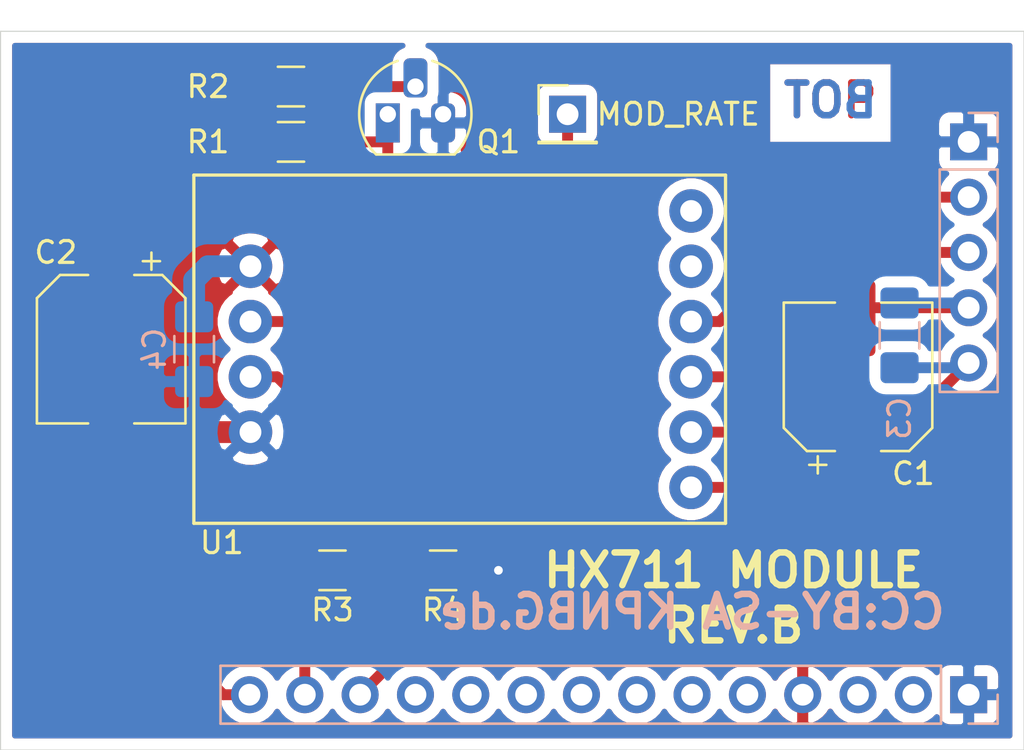
<source format=kicad_pcb>
(kicad_pcb (version 20171130) (host pcbnew 5.1.5-52549c5~84~ubuntu18.04.1)

  (general
    (thickness 1.6)
    (drawings 9)
    (tracks 54)
    (zones 0)
    (modules 13)
    (nets 13)
  )

  (page A4)
  (layers
    (0 F.Cu signal)
    (31 B.Cu signal)
    (32 B.Adhes user)
    (33 F.Adhes user)
    (34 B.Paste user)
    (35 F.Paste user)
    (36 B.SilkS user)
    (37 F.SilkS user)
    (38 B.Mask user)
    (39 F.Mask user)
    (40 Dwgs.User user)
    (41 Cmts.User user)
    (42 Eco1.User user)
    (43 Eco2.User user)
    (44 Edge.Cuts user)
    (45 Margin user)
    (46 B.CrtYd user hide)
    (47 F.CrtYd user hide)
    (48 B.Fab user hide)
    (49 F.Fab user hide)
  )

  (setup
    (last_trace_width 0.5)
    (user_trace_width 0.5)
    (user_trace_width 1)
    (trace_clearance 0.2)
    (zone_clearance 0.508)
    (zone_45_only no)
    (trace_min 0.2)
    (via_size 0.8)
    (via_drill 0.4)
    (via_min_size 0.4)
    (via_min_drill 0.3)
    (uvia_size 0.3)
    (uvia_drill 0.1)
    (uvias_allowed no)
    (uvia_min_size 0.2)
    (uvia_min_drill 0.1)
    (edge_width 0.05)
    (segment_width 0.2)
    (pcb_text_width 0.3)
    (pcb_text_size 1.5 1.5)
    (mod_edge_width 0.12)
    (mod_text_size 1 1)
    (mod_text_width 0.15)
    (pad_size 1.524 1.524)
    (pad_drill 0.762)
    (pad_to_mask_clearance 0.051)
    (solder_mask_min_width 0.25)
    (aux_axis_origin 0 0)
    (visible_elements FFFFFF7F)
    (pcbplotparams
      (layerselection 0x010fc_ffffffff)
      (usegerberextensions false)
      (usegerberattributes false)
      (usegerberadvancedattributes false)
      (creategerberjobfile false)
      (excludeedgelayer true)
      (linewidth 0.100000)
      (plotframeref false)
      (viasonmask false)
      (mode 1)
      (useauxorigin false)
      (hpglpennumber 1)
      (hpglpenspeed 20)
      (hpglpendiameter 15.000000)
      (psnegative false)
      (psa4output false)
      (plotreference true)
      (plotvalue true)
      (plotinvisibletext false)
      (padsonsilk false)
      (subtractmaskfromsilk false)
      (outputformat 1)
      (mirror false)
      (drillshape 0)
      (scaleselection 1)
      (outputdirectory "gerber/"))
  )

  (net 0 "")
  (net 1 /EX-)
  (net 2 /EX+)
  (net 3 GND)
  (net 4 +5VA)
  (net 5 "Net-(P1-Pad1)")
  (net 6 /A-)
  (net 7 /A+)
  (net 8 /IO23)
  (net 9 /IO19)
  (net 10 /IO18)
  (net 11 "Net-(Q1-Pad2)")
  (net 12 "Net-(R3-Pad2)")

  (net_class Default "This is the default net class."
    (clearance 0.2)
    (trace_width 0.25)
    (via_dia 0.8)
    (via_drill 0.4)
    (uvia_dia 0.3)
    (uvia_drill 0.1)
    (add_net +3V3)
    (add_net +5VA)
    (add_net /A+)
    (add_net /A-)
    (add_net /DQ)
    (add_net /EX+)
    (add_net /EX-)
    (add_net /I35)
    (add_net /IO16)
    (add_net /IO17)
    (add_net /IO18)
    (add_net /IO19)
    (add_net /IO21)
    (add_net /IO22)
    (add_net /IO23)
    (add_net /IO5)
    (add_net /VB)
    (add_net GND)
    (add_net "Net-(P1-Pad1)")
    (add_net "Net-(Q1-Pad2)")
    (add_net "Net-(R3-Pad2)")
    (add_net "Net-(U1-Pad5)")
    (add_net "Net-(U1-Pad6)")
  )

  (module buck:hx711 (layer F.Cu) (tedit 5E2EFCDD) (tstamp 5E7461F3)
    (at 66.04 90.805 180)
    (path /5EB30D0D)
    (fp_text reference U1 (at 11.43 -8.89) (layer F.SilkS)
      (effects (font (size 1 1) (thickness 0.15)))
    )
    (fp_text value HX711 (at -2.54 -8.89) (layer F.Fab)
      (effects (font (size 1 1) (thickness 0.15)))
    )
    (fp_line (start -11.697 8) (end 12.715 8) (layer F.SilkS) (width 0.15))
    (fp_line (start 12.715 -8) (end 12.715 8) (layer F.SilkS) (width 0.15))
    (fp_line (start -11.697 -8) (end -11.697 8) (layer F.SilkS) (width 0.15))
    (fp_line (start -11.697 -8) (end 12.715 -8) (layer F.SilkS) (width 0.15))
    (pad 1 thru_hole circle (at -10.115 -6.35 180) (size 2 2) (drill 1) (layers *.Cu *.Mask)
      (net 2 /EX+))
    (pad 2 thru_hole circle (at -10.115 -3.81 180) (size 2 2) (drill 1) (layers *.Cu *.Mask)
      (net 1 /EX-))
    (pad 3 thru_hole circle (at -10.115 -1.27 180) (size 2 2) (drill 1) (layers *.Cu *.Mask)
      (net 7 /A+))
    (pad 4 thru_hole circle (at -10.115 1.27 180) (size 2 2) (drill 1) (layers *.Cu *.Mask)
      (net 6 /A-))
    (pad 5 thru_hole circle (at -10.115 3.81 180) (size 2 2) (drill 1) (layers *.Cu *.Mask))
    (pad 6 thru_hole circle (at -10.115 6.35 180) (size 2 2) (drill 1) (layers *.Cu *.Mask))
    (pad 7 thru_hole circle (at 10.115 3.81 180) (size 2 2) (drill 1) (layers *.Cu *.Mask)
      (net 4 +5VA))
    (pad 8 thru_hole circle (at 10.115 1.27 180) (size 2 2) (drill 1) (layers *.Cu *.Mask)
      (net 10 /IO18))
    (pad 9 thru_hole circle (at 10.115 -1.27 180) (size 2 2) (drill 1) (layers *.Cu *.Mask)
      (net 12 "Net-(R3-Pad2)"))
    (pad 10 thru_hole circle (at 10.115 -3.81 180) (size 2 2) (drill 1) (layers *.Cu *.Mask)
      (net 3 GND))
  )

  (module Resistor_SMD:R_1206_3216Metric_Pad1.42x1.75mm_HandSolder (layer F.Cu) (tedit 5B301BBD) (tstamp 5E7461E1)
    (at 64.77 100.965 180)
    (descr "Resistor SMD 1206 (3216 Metric), square (rectangular) end terminal, IPC_7351 nominal with elongated pad for handsoldering. (Body size source: http://www.tortai-tech.com/upload/download/2011102023233369053.pdf), generated with kicad-footprint-generator")
    (tags "resistor handsolder")
    (path /5EB50C8D)
    (attr smd)
    (fp_text reference R4 (at 0 -1.82) (layer F.SilkS)
      (effects (font (size 1 1) (thickness 0.15)))
    )
    (fp_text value 910 (at 0 1.82) (layer F.Fab)
      (effects (font (size 1 1) (thickness 0.15)))
    )
    (fp_text user %R (at 0 0) (layer F.Fab)
      (effects (font (size 0.8 0.8) (thickness 0.12)))
    )
    (fp_line (start 2.45 1.12) (end -2.45 1.12) (layer F.CrtYd) (width 0.05))
    (fp_line (start 2.45 -1.12) (end 2.45 1.12) (layer F.CrtYd) (width 0.05))
    (fp_line (start -2.45 -1.12) (end 2.45 -1.12) (layer F.CrtYd) (width 0.05))
    (fp_line (start -2.45 1.12) (end -2.45 -1.12) (layer F.CrtYd) (width 0.05))
    (fp_line (start -0.602064 0.91) (end 0.602064 0.91) (layer F.SilkS) (width 0.12))
    (fp_line (start -0.602064 -0.91) (end 0.602064 -0.91) (layer F.SilkS) (width 0.12))
    (fp_line (start 1.6 0.8) (end -1.6 0.8) (layer F.Fab) (width 0.1))
    (fp_line (start 1.6 -0.8) (end 1.6 0.8) (layer F.Fab) (width 0.1))
    (fp_line (start -1.6 -0.8) (end 1.6 -0.8) (layer F.Fab) (width 0.1))
    (fp_line (start -1.6 0.8) (end -1.6 -0.8) (layer F.Fab) (width 0.1))
    (pad 2 smd roundrect (at 1.4875 0 180) (size 1.425 1.75) (layers F.Cu F.Paste F.Mask) (roundrect_rratio 0.175439)
      (net 9 /IO19))
    (pad 1 smd roundrect (at -1.4875 0 180) (size 1.425 1.75) (layers F.Cu F.Paste F.Mask) (roundrect_rratio 0.175439)
      (net 3 GND))
    (model ${KISYS3DMOD}/Resistor_SMD.3dshapes/R_1206_3216Metric.wrl
      (at (xyz 0 0 0))
      (scale (xyz 1 1 1))
      (rotate (xyz 0 0 0))
    )
  )

  (module Resistor_SMD:R_1206_3216Metric_Pad1.42x1.75mm_HandSolder (layer F.Cu) (tedit 5B301BBD) (tstamp 5E7461D0)
    (at 59.69 100.965 180)
    (descr "Resistor SMD 1206 (3216 Metric), square (rectangular) end terminal, IPC_7351 nominal with elongated pad for handsoldering. (Body size source: http://www.tortai-tech.com/upload/download/2011102023233369053.pdf), generated with kicad-footprint-generator")
    (tags "resistor handsolder")
    (path /5EB50739)
    (attr smd)
    (fp_text reference R3 (at 0 -1.82) (layer F.SilkS)
      (effects (font (size 1 1) (thickness 0.15)))
    )
    (fp_text value 470 (at 0 1.82) (layer F.Fab)
      (effects (font (size 1 1) (thickness 0.15)))
    )
    (fp_text user %R (at 0 0) (layer F.Fab)
      (effects (font (size 0.8 0.8) (thickness 0.12)))
    )
    (fp_line (start 2.45 1.12) (end -2.45 1.12) (layer F.CrtYd) (width 0.05))
    (fp_line (start 2.45 -1.12) (end 2.45 1.12) (layer F.CrtYd) (width 0.05))
    (fp_line (start -2.45 -1.12) (end 2.45 -1.12) (layer F.CrtYd) (width 0.05))
    (fp_line (start -2.45 1.12) (end -2.45 -1.12) (layer F.CrtYd) (width 0.05))
    (fp_line (start -0.602064 0.91) (end 0.602064 0.91) (layer F.SilkS) (width 0.12))
    (fp_line (start -0.602064 -0.91) (end 0.602064 -0.91) (layer F.SilkS) (width 0.12))
    (fp_line (start 1.6 0.8) (end -1.6 0.8) (layer F.Fab) (width 0.1))
    (fp_line (start 1.6 -0.8) (end 1.6 0.8) (layer F.Fab) (width 0.1))
    (fp_line (start -1.6 -0.8) (end 1.6 -0.8) (layer F.Fab) (width 0.1))
    (fp_line (start -1.6 0.8) (end -1.6 -0.8) (layer F.Fab) (width 0.1))
    (pad 2 smd roundrect (at 1.4875 0 180) (size 1.425 1.75) (layers F.Cu F.Paste F.Mask) (roundrect_rratio 0.175439)
      (net 12 "Net-(R3-Pad2)"))
    (pad 1 smd roundrect (at -1.4875 0 180) (size 1.425 1.75) (layers F.Cu F.Paste F.Mask) (roundrect_rratio 0.175439)
      (net 9 /IO19))
    (model ${KISYS3DMOD}/Resistor_SMD.3dshapes/R_1206_3216Metric.wrl
      (at (xyz 0 0 0))
      (scale (xyz 1 1 1))
      (rotate (xyz 0 0 0))
    )
  )

  (module Resistor_SMD:R_1206_3216Metric_Pad1.42x1.75mm_HandSolder (layer F.Cu) (tedit 5B301BBD) (tstamp 5E7461BF)
    (at 57.785 78.74)
    (descr "Resistor SMD 1206 (3216 Metric), square (rectangular) end terminal, IPC_7351 nominal with elongated pad for handsoldering. (Body size source: http://www.tortai-tech.com/upload/download/2011102023233369053.pdf), generated with kicad-footprint-generator")
    (tags "resistor handsolder")
    (path /5EB494FA)
    (attr smd)
    (fp_text reference R2 (at -3.81 0) (layer F.SilkS)
      (effects (font (size 1 1) (thickness 0.15)))
    )
    (fp_text value 100 (at 0 1.82) (layer F.Fab)
      (effects (font (size 1 1) (thickness 0.15)))
    )
    (fp_text user %R (at 0 0) (layer F.Fab)
      (effects (font (size 0.8 0.8) (thickness 0.12)))
    )
    (fp_line (start 2.45 1.12) (end -2.45 1.12) (layer F.CrtYd) (width 0.05))
    (fp_line (start 2.45 -1.12) (end 2.45 1.12) (layer F.CrtYd) (width 0.05))
    (fp_line (start -2.45 -1.12) (end 2.45 -1.12) (layer F.CrtYd) (width 0.05))
    (fp_line (start -2.45 1.12) (end -2.45 -1.12) (layer F.CrtYd) (width 0.05))
    (fp_line (start -0.602064 0.91) (end 0.602064 0.91) (layer F.SilkS) (width 0.12))
    (fp_line (start -0.602064 -0.91) (end 0.602064 -0.91) (layer F.SilkS) (width 0.12))
    (fp_line (start 1.6 0.8) (end -1.6 0.8) (layer F.Fab) (width 0.1))
    (fp_line (start 1.6 -0.8) (end 1.6 0.8) (layer F.Fab) (width 0.1))
    (fp_line (start -1.6 -0.8) (end 1.6 -0.8) (layer F.Fab) (width 0.1))
    (fp_line (start -1.6 0.8) (end -1.6 -0.8) (layer F.Fab) (width 0.1))
    (pad 2 smd roundrect (at 1.4875 0) (size 1.425 1.75) (layers F.Cu F.Paste F.Mask) (roundrect_rratio 0.175439)
      (net 11 "Net-(Q1-Pad2)"))
    (pad 1 smd roundrect (at -1.4875 0) (size 1.425 1.75) (layers F.Cu F.Paste F.Mask) (roundrect_rratio 0.175439)
      (net 8 /IO23))
    (model ${KISYS3DMOD}/Resistor_SMD.3dshapes/R_1206_3216Metric.wrl
      (at (xyz 0 0 0))
      (scale (xyz 1 1 1))
      (rotate (xyz 0 0 0))
    )
  )

  (module Resistor_SMD:R_1206_3216Metric_Pad1.42x1.75mm_HandSolder (layer F.Cu) (tedit 5B301BBD) (tstamp 5E7461AE)
    (at 57.785 81.28 180)
    (descr "Resistor SMD 1206 (3216 Metric), square (rectangular) end terminal, IPC_7351 nominal with elongated pad for handsoldering. (Body size source: http://www.tortai-tech.com/upload/download/2011102023233369053.pdf), generated with kicad-footprint-generator")
    (tags "resistor handsolder")
    (path /5EB4AA09)
    (attr smd)
    (fp_text reference R1 (at 3.81 0) (layer F.SilkS)
      (effects (font (size 1 1) (thickness 0.15)))
    )
    (fp_text value 10k (at 0 1.82) (layer F.Fab)
      (effects (font (size 1 1) (thickness 0.15)))
    )
    (fp_text user %R (at 0 0) (layer F.Fab)
      (effects (font (size 0.8 0.8) (thickness 0.12)))
    )
    (fp_line (start 2.45 1.12) (end -2.45 1.12) (layer F.CrtYd) (width 0.05))
    (fp_line (start 2.45 -1.12) (end 2.45 1.12) (layer F.CrtYd) (width 0.05))
    (fp_line (start -2.45 -1.12) (end 2.45 -1.12) (layer F.CrtYd) (width 0.05))
    (fp_line (start -2.45 1.12) (end -2.45 -1.12) (layer F.CrtYd) (width 0.05))
    (fp_line (start -0.602064 0.91) (end 0.602064 0.91) (layer F.SilkS) (width 0.12))
    (fp_line (start -0.602064 -0.91) (end 0.602064 -0.91) (layer F.SilkS) (width 0.12))
    (fp_line (start 1.6 0.8) (end -1.6 0.8) (layer F.Fab) (width 0.1))
    (fp_line (start 1.6 -0.8) (end 1.6 0.8) (layer F.Fab) (width 0.1))
    (fp_line (start -1.6 -0.8) (end 1.6 -0.8) (layer F.Fab) (width 0.1))
    (fp_line (start -1.6 0.8) (end -1.6 -0.8) (layer F.Fab) (width 0.1))
    (pad 2 smd roundrect (at 1.4875 0 180) (size 1.425 1.75) (layers F.Cu F.Paste F.Mask) (roundrect_rratio 0.175439)
      (net 4 +5VA))
    (pad 1 smd roundrect (at -1.4875 0 180) (size 1.425 1.75) (layers F.Cu F.Paste F.Mask) (roundrect_rratio 0.175439)
      (net 5 "Net-(P1-Pad1)"))
    (model ${KISYS3DMOD}/Resistor_SMD.3dshapes/R_1206_3216Metric.wrl
      (at (xyz 0 0 0))
      (scale (xyz 1 1 1))
      (rotate (xyz 0 0 0))
    )
  )

  (module Package_TO_SOT_THT:TO-92_HandSolder (layer F.Cu) (tedit 5A282C46) (tstamp 5E74619D)
    (at 62.23 80.01)
    (descr "TO-92 leads molded, narrow, drill 0.75mm, handsoldering variant with enlarged pads (see NXP sot054_po.pdf)")
    (tags "to-92 sc-43 sc-43a sot54 PA33 transistor")
    (path /5EB47CA9)
    (fp_text reference Q1 (at 5.08 1.27) (layer F.SilkS)
      (effects (font (size 1 1) (thickness 0.15)))
    )
    (fp_text value BC546 (at 1.27 2.79) (layer F.Fab)
      (effects (font (size 1 1) (thickness 0.15)))
    )
    (fp_arc (start 1.27 0) (end 2.05 -2.45) (angle 117.6433766) (layer F.SilkS) (width 0.12))
    (fp_arc (start 1.27 0) (end 1.27 -2.48) (angle -135) (layer F.Fab) (width 0.1))
    (fp_arc (start 1.27 0) (end 0.45 -2.45) (angle -116.9632683) (layer F.SilkS) (width 0.12))
    (fp_arc (start 1.27 0) (end 1.27 -2.48) (angle 135) (layer F.Fab) (width 0.1))
    (fp_line (start 4 2.01) (end -1.46 2.01) (layer F.CrtYd) (width 0.05))
    (fp_line (start 4 2.01) (end 4 -3.05) (layer F.CrtYd) (width 0.05))
    (fp_line (start -1.45 -3.05) (end -1.46 2.01) (layer F.CrtYd) (width 0.05))
    (fp_line (start -1.46 -3.05) (end 4 -3.05) (layer F.CrtYd) (width 0.05))
    (fp_line (start -0.5 1.75) (end 3 1.75) (layer F.Fab) (width 0.1))
    (fp_line (start -0.53 1.85) (end 3.07 1.85) (layer F.SilkS) (width 0.12))
    (fp_text user %R (at 1.27 -4.4) (layer F.Fab)
      (effects (font (size 1 1) (thickness 0.15)))
    )
    (pad 1 thru_hole rect (at 0 0) (size 1.1 1.8) (drill 0.75 (offset 0 0.4)) (layers *.Cu *.Mask)
      (net 5 "Net-(P1-Pad1)"))
    (pad 3 thru_hole roundrect (at 2.54 0) (size 1.1 1.8) (drill 0.75 (offset 0 0.4)) (layers *.Cu *.Mask) (roundrect_rratio 0.25)
      (net 3 GND))
    (pad 2 thru_hole roundrect (at 1.27 -1.27) (size 1.1 1.8) (drill 0.75 (offset 0 -0.4)) (layers *.Cu *.Mask) (roundrect_rratio 0.25)
      (net 11 "Net-(Q1-Pad2)"))
    (model ${KISYS3DMOD}/Package_TO_SOT_THT.3dshapes/TO-92.wrl
      (at (xyz 0 0 0))
      (scale (xyz 1 1 1))
      (rotate (xyz 0 0 0))
    )
  )

  (module Connector_PinHeader_2.54mm:PinHeader_1x14_P2.54mm_Vertical (layer B.Cu) (tedit 59FED5CC) (tstamp 5E74618B)
    (at 88.9 106.68 90)
    (descr "Through hole straight pin header, 1x14, 2.54mm pitch, single row")
    (tags "Through hole pin header THT 1x14 2.54mm single row")
    (path /5EB321FB)
    (fp_text reference P3 (at 0 2.33 -90) (layer B.SilkS) hide
      (effects (font (size 1 1) (thickness 0.15)) (justify mirror))
    )
    (fp_text value CONN_01X14 (at 0 -35.35 -90) (layer B.Fab) hide
      (effects (font (size 1 1) (thickness 0.15)) (justify mirror))
    )
    (fp_text user %R (at -3.515 -16.51) (layer B.Fab) hide
      (effects (font (size 1 1) (thickness 0.15)) (justify mirror))
    )
    (fp_line (start 1.8 1.8) (end -1.8 1.8) (layer B.CrtYd) (width 0.05))
    (fp_line (start 1.8 -34.8) (end 1.8 1.8) (layer B.CrtYd) (width 0.05))
    (fp_line (start -1.8 -34.8) (end 1.8 -34.8) (layer B.CrtYd) (width 0.05))
    (fp_line (start -1.8 1.8) (end -1.8 -34.8) (layer B.CrtYd) (width 0.05))
    (fp_line (start -1.33 1.33) (end 0 1.33) (layer B.SilkS) (width 0.12))
    (fp_line (start -1.33 0) (end -1.33 1.33) (layer B.SilkS) (width 0.12))
    (fp_line (start -1.33 -1.27) (end 1.33 -1.27) (layer B.SilkS) (width 0.12))
    (fp_line (start 1.33 -1.27) (end 1.33 -34.35) (layer B.SilkS) (width 0.12))
    (fp_line (start -1.33 -1.27) (end -1.33 -34.35) (layer B.SilkS) (width 0.12))
    (fp_line (start -1.33 -34.35) (end 1.33 -34.35) (layer B.SilkS) (width 0.12))
    (fp_line (start -1.27 0.635) (end -0.635 1.27) (layer B.Fab) (width 0.1))
    (fp_line (start -1.27 -34.29) (end -1.27 0.635) (layer B.Fab) (width 0.1))
    (fp_line (start 1.27 -34.29) (end -1.27 -34.29) (layer B.Fab) (width 0.1))
    (fp_line (start 1.27 1.27) (end 1.27 -34.29) (layer B.Fab) (width 0.1))
    (fp_line (start -0.635 1.27) (end 1.27 1.27) (layer B.Fab) (width 0.1))
    (pad 14 thru_hole oval (at 0 -33.02 90) (size 1.7 1.7) (drill 1) (layers *.Cu *.Mask)
      (net 8 /IO23))
    (pad 13 thru_hole oval (at 0 -30.48 90) (size 1.7 1.7) (drill 1) (layers *.Cu *.Mask)
      (net 9 /IO19))
    (pad 12 thru_hole oval (at 0 -27.94 90) (size 1.7 1.7) (drill 1) (layers *.Cu *.Mask)
      (net 10 /IO18))
    (pad 11 thru_hole oval (at 0 -25.4 90) (size 1.7 1.7) (drill 1) (layers *.Cu *.Mask))
    (pad 10 thru_hole oval (at 0 -22.86 90) (size 1.7 1.7) (drill 1) (layers *.Cu *.Mask))
    (pad 9 thru_hole oval (at 0 -20.32 90) (size 1.7 1.7) (drill 1) (layers *.Cu *.Mask))
    (pad 8 thru_hole oval (at 0 -17.78 90) (size 1.7 1.7) (drill 1) (layers *.Cu *.Mask))
    (pad 7 thru_hole oval (at 0 -15.24 90) (size 1.7 1.7) (drill 1) (layers *.Cu *.Mask))
    (pad 6 thru_hole oval (at 0 -12.7 90) (size 1.7 1.7) (drill 1) (layers *.Cu *.Mask))
    (pad 5 thru_hole oval (at 0 -10.16 90) (size 1.7 1.7) (drill 1) (layers *.Cu *.Mask))
    (pad 4 thru_hole oval (at 0 -7.62 90) (size 1.7 1.7) (drill 1) (layers *.Cu *.Mask)
      (net 4 +5VA))
    (pad 3 thru_hole oval (at 0 -5.08 90) (size 1.7 1.7) (drill 1) (layers *.Cu *.Mask))
    (pad 2 thru_hole oval (at 0 -2.54 90) (size 1.7 1.7) (drill 1) (layers *.Cu *.Mask))
    (pad 1 thru_hole rect (at 0 0 90) (size 1.7 1.7) (drill 1) (layers *.Cu *.Mask)
      (net 3 GND))
    (model ${KISYS3DMOD}/Connector_PinHeader_2.54mm.3dshapes/PinHeader_1x14_P2.54mm_Vertical.wrl
      (at (xyz 0 0 0))
      (scale (xyz 1 1 1))
      (rotate (xyz 0 0 0))
    )
  )

  (module Connector_PinHeader_2.54mm:PinHeader_1x05_P2.54mm_Vertical (layer B.Cu) (tedit 59FED5CC) (tstamp 5E746169)
    (at 88.9 81.28 180)
    (descr "Through hole straight pin header, 1x05, 2.54mm pitch, single row")
    (tags "Through hole pin header THT 1x05 2.54mm single row")
    (path /5EB3AF25)
    (fp_text reference P2 (at 0 2.33) (layer B.SilkS) hide
      (effects (font (size 1 1) (thickness 0.15)) (justify mirror))
    )
    (fp_text value CONN_01X05 (at 0 -12.49) (layer B.Fab)
      (effects (font (size 1 1) (thickness 0.15)) (justify mirror))
    )
    (fp_text user %R (at 0 -5.08 270) (layer B.Fab)
      (effects (font (size 1 1) (thickness 0.15)) (justify mirror))
    )
    (fp_line (start 1.8 1.8) (end -1.8 1.8) (layer B.CrtYd) (width 0.05))
    (fp_line (start 1.8 -11.95) (end 1.8 1.8) (layer B.CrtYd) (width 0.05))
    (fp_line (start -1.8 -11.95) (end 1.8 -11.95) (layer B.CrtYd) (width 0.05))
    (fp_line (start -1.8 1.8) (end -1.8 -11.95) (layer B.CrtYd) (width 0.05))
    (fp_line (start -1.33 1.33) (end 0 1.33) (layer B.SilkS) (width 0.12))
    (fp_line (start -1.33 0) (end -1.33 1.33) (layer B.SilkS) (width 0.12))
    (fp_line (start -1.33 -1.27) (end 1.33 -1.27) (layer B.SilkS) (width 0.12))
    (fp_line (start 1.33 -1.27) (end 1.33 -11.49) (layer B.SilkS) (width 0.12))
    (fp_line (start -1.33 -1.27) (end -1.33 -11.49) (layer B.SilkS) (width 0.12))
    (fp_line (start -1.33 -11.49) (end 1.33 -11.49) (layer B.SilkS) (width 0.12))
    (fp_line (start -1.27 0.635) (end -0.635 1.27) (layer B.Fab) (width 0.1))
    (fp_line (start -1.27 -11.43) (end -1.27 0.635) (layer B.Fab) (width 0.1))
    (fp_line (start 1.27 -11.43) (end -1.27 -11.43) (layer B.Fab) (width 0.1))
    (fp_line (start 1.27 1.27) (end 1.27 -11.43) (layer B.Fab) (width 0.1))
    (fp_line (start -0.635 1.27) (end 1.27 1.27) (layer B.Fab) (width 0.1))
    (pad 5 thru_hole oval (at 0 -10.16 180) (size 1.7 1.7) (drill 1) (layers *.Cu *.Mask)
      (net 2 /EX+))
    (pad 4 thru_hole oval (at 0 -7.62 180) (size 1.7 1.7) (drill 1) (layers *.Cu *.Mask)
      (net 1 /EX-))
    (pad 3 thru_hole oval (at 0 -5.08 180) (size 1.7 1.7) (drill 1) (layers *.Cu *.Mask)
      (net 7 /A+))
    (pad 2 thru_hole oval (at 0 -2.54 180) (size 1.7 1.7) (drill 1) (layers *.Cu *.Mask)
      (net 6 /A-))
    (pad 1 thru_hole rect (at 0 0 180) (size 1.7 1.7) (drill 1) (layers *.Cu *.Mask)
      (net 3 GND))
    (model ${KISYS3DMOD}/Connector_PinHeader_2.54mm.3dshapes/PinHeader_1x05_P2.54mm_Vertical.wrl
      (at (xyz 0 0 0))
      (scale (xyz 1 1 1))
      (rotate (xyz 0 0 0))
    )
  )

  (module Connector_PinHeader_2.54mm:PinHeader_1x01_P2.54mm_Vertical (layer F.Cu) (tedit 59FED5CC) (tstamp 5E746150)
    (at 70.485 80.01)
    (descr "Through hole straight pin header, 1x01, 2.54mm pitch, single row")
    (tags "Through hole pin header THT 1x01 2.54mm single row")
    (path /5EB49F4E)
    (fp_text reference P1 (at 0 -2.33) (layer F.SilkS) hide
      (effects (font (size 1 1) (thickness 0.15)))
    )
    (fp_text value MOD_RATE (at 5.08 0) (layer F.SilkS)
      (effects (font (size 1 1) (thickness 0.15)))
    )
    (fp_text user %R (at 0 0 90) (layer F.Fab)
      (effects (font (size 1 1) (thickness 0.15)))
    )
    (fp_line (start 1.8 -1.8) (end -1.8 -1.8) (layer F.CrtYd) (width 0.05))
    (fp_line (start 1.8 1.8) (end 1.8 -1.8) (layer F.CrtYd) (width 0.05))
    (fp_line (start -1.8 1.8) (end 1.8 1.8) (layer F.CrtYd) (width 0.05))
    (fp_line (start -1.8 -1.8) (end -1.8 1.8) (layer F.CrtYd) (width 0.05))
    (fp_line (start -1.33 -1.33) (end 0 -1.33) (layer F.SilkS) (width 0.12))
    (fp_line (start -1.33 0) (end -1.33 -1.33) (layer F.SilkS) (width 0.12))
    (fp_line (start -1.33 1.27) (end 1.33 1.27) (layer F.SilkS) (width 0.12))
    (fp_line (start 1.33 1.27) (end 1.33 1.33) (layer F.SilkS) (width 0.12))
    (fp_line (start -1.33 1.27) (end -1.33 1.33) (layer F.SilkS) (width 0.12))
    (fp_line (start -1.33 1.33) (end 1.33 1.33) (layer F.SilkS) (width 0.12))
    (fp_line (start -1.27 -0.635) (end -0.635 -1.27) (layer F.Fab) (width 0.1))
    (fp_line (start -1.27 1.27) (end -1.27 -0.635) (layer F.Fab) (width 0.1))
    (fp_line (start 1.27 1.27) (end -1.27 1.27) (layer F.Fab) (width 0.1))
    (fp_line (start 1.27 -1.27) (end 1.27 1.27) (layer F.Fab) (width 0.1))
    (fp_line (start -0.635 -1.27) (end 1.27 -1.27) (layer F.Fab) (width 0.1))
    (pad 1 thru_hole rect (at 0 0) (size 1.7 1.7) (drill 1) (layers *.Cu *.Mask)
      (net 5 "Net-(P1-Pad1)"))
    (model ${KISYS3DMOD}/Connector_PinHeader_2.54mm.3dshapes/PinHeader_1x01_P2.54mm_Vertical.wrl
      (at (xyz 0 0 0))
      (scale (xyz 1 1 1))
      (rotate (xyz 0 0 0))
    )
  )

  (module Capacitor_SMD:C_1206_3216Metric_Pad1.42x1.75mm_HandSolder (layer B.Cu) (tedit 5B301BBE) (tstamp 5E74613B)
    (at 53.34 90.805 270)
    (descr "Capacitor SMD 1206 (3216 Metric), square (rectangular) end terminal, IPC_7351 nominal with elongated pad for handsoldering. (Body size source: http://www.tortai-tech.com/upload/download/2011102023233369053.pdf), generated with kicad-footprint-generator")
    (tags "capacitor handsolder")
    (path /5EB44039)
    (attr smd)
    (fp_text reference C4 (at 0 1.82 90) (layer B.SilkS)
      (effects (font (size 1 1) (thickness 0.15)) (justify mirror))
    )
    (fp_text value 100n (at 0 -1.82 90) (layer B.Fab)
      (effects (font (size 1 1) (thickness 0.15)) (justify mirror))
    )
    (fp_text user %R (at 0 0 90) (layer B.Fab)
      (effects (font (size 0.8 0.8) (thickness 0.12)) (justify mirror))
    )
    (fp_line (start 2.45 -1.12) (end -2.45 -1.12) (layer B.CrtYd) (width 0.05))
    (fp_line (start 2.45 1.12) (end 2.45 -1.12) (layer B.CrtYd) (width 0.05))
    (fp_line (start -2.45 1.12) (end 2.45 1.12) (layer B.CrtYd) (width 0.05))
    (fp_line (start -2.45 -1.12) (end -2.45 1.12) (layer B.CrtYd) (width 0.05))
    (fp_line (start -0.602064 -0.91) (end 0.602064 -0.91) (layer B.SilkS) (width 0.12))
    (fp_line (start -0.602064 0.91) (end 0.602064 0.91) (layer B.SilkS) (width 0.12))
    (fp_line (start 1.6 -0.8) (end -1.6 -0.8) (layer B.Fab) (width 0.1))
    (fp_line (start 1.6 0.8) (end 1.6 -0.8) (layer B.Fab) (width 0.1))
    (fp_line (start -1.6 0.8) (end 1.6 0.8) (layer B.Fab) (width 0.1))
    (fp_line (start -1.6 -0.8) (end -1.6 0.8) (layer B.Fab) (width 0.1))
    (pad 2 smd roundrect (at 1.4875 0 270) (size 1.425 1.75) (layers B.Cu B.Paste B.Mask) (roundrect_rratio 0.175439)
      (net 3 GND))
    (pad 1 smd roundrect (at -1.4875 0 270) (size 1.425 1.75) (layers B.Cu B.Paste B.Mask) (roundrect_rratio 0.175439)
      (net 4 +5VA))
    (model ${KISYS3DMOD}/Capacitor_SMD.3dshapes/C_1206_3216Metric.wrl
      (at (xyz 0 0 0))
      (scale (xyz 1 1 1))
      (rotate (xyz 0 0 0))
    )
  )

  (module Capacitor_SMD:C_1206_3216Metric_Pad1.42x1.75mm_HandSolder (layer B.Cu) (tedit 5B301BBE) (tstamp 5E74612A)
    (at 85.725 90.17 90)
    (descr "Capacitor SMD 1206 (3216 Metric), square (rectangular) end terminal, IPC_7351 nominal with elongated pad for handsoldering. (Body size source: http://www.tortai-tech.com/upload/download/2011102023233369053.pdf), generated with kicad-footprint-generator")
    (tags "capacitor handsolder")
    (path /5EB41DE4)
    (attr smd)
    (fp_text reference C3 (at -3.81 0 270) (layer B.SilkS)
      (effects (font (size 1 1) (thickness 0.15)) (justify mirror))
    )
    (fp_text value 100n (at 0 -1.82 270) (layer B.Fab)
      (effects (font (size 1 1) (thickness 0.15)) (justify mirror))
    )
    (fp_text user %R (at 0 0 270) (layer B.Fab)
      (effects (font (size 0.8 0.8) (thickness 0.12)) (justify mirror))
    )
    (fp_line (start 2.45 -1.12) (end -2.45 -1.12) (layer B.CrtYd) (width 0.05))
    (fp_line (start 2.45 1.12) (end 2.45 -1.12) (layer B.CrtYd) (width 0.05))
    (fp_line (start -2.45 1.12) (end 2.45 1.12) (layer B.CrtYd) (width 0.05))
    (fp_line (start -2.45 -1.12) (end -2.45 1.12) (layer B.CrtYd) (width 0.05))
    (fp_line (start -0.602064 -0.91) (end 0.602064 -0.91) (layer B.SilkS) (width 0.12))
    (fp_line (start -0.602064 0.91) (end 0.602064 0.91) (layer B.SilkS) (width 0.12))
    (fp_line (start 1.6 -0.8) (end -1.6 -0.8) (layer B.Fab) (width 0.1))
    (fp_line (start 1.6 0.8) (end 1.6 -0.8) (layer B.Fab) (width 0.1))
    (fp_line (start -1.6 0.8) (end 1.6 0.8) (layer B.Fab) (width 0.1))
    (fp_line (start -1.6 -0.8) (end -1.6 0.8) (layer B.Fab) (width 0.1))
    (pad 2 smd roundrect (at 1.4875 0 90) (size 1.425 1.75) (layers B.Cu B.Paste B.Mask) (roundrect_rratio 0.175439)
      (net 1 /EX-))
    (pad 1 smd roundrect (at -1.4875 0 90) (size 1.425 1.75) (layers B.Cu B.Paste B.Mask) (roundrect_rratio 0.175439)
      (net 2 /EX+))
    (model ${KISYS3DMOD}/Capacitor_SMD.3dshapes/C_1206_3216Metric.wrl
      (at (xyz 0 0 0))
      (scale (xyz 1 1 1))
      (rotate (xyz 0 0 0))
    )
  )

  (module Capacitor_SMD:CP_Elec_6.3x5.7 (layer F.Cu) (tedit 5BCA39D0) (tstamp 5E746119)
    (at 49.53 90.805 270)
    (descr "SMD capacitor, aluminum electrolytic, United Chemi-Con, 6.3x5.7mm")
    (tags "capacitor electrolytic")
    (path /5EB4402F)
    (attr smd)
    (fp_text reference C2 (at -4.445 2.54 180) (layer F.SilkS)
      (effects (font (size 1 1) (thickness 0.15)))
    )
    (fp_text value 10µ (at 0 4.35 90) (layer F.Fab)
      (effects (font (size 1 1) (thickness 0.15)))
    )
    (fp_text user %R (at 0 0 90) (layer F.Fab)
      (effects (font (size 1 1) (thickness 0.15)))
    )
    (fp_line (start -4.7 1.05) (end -3.55 1.05) (layer F.CrtYd) (width 0.05))
    (fp_line (start -4.7 -1.05) (end -4.7 1.05) (layer F.CrtYd) (width 0.05))
    (fp_line (start -3.55 -1.05) (end -4.7 -1.05) (layer F.CrtYd) (width 0.05))
    (fp_line (start -3.55 1.05) (end -3.55 2.4) (layer F.CrtYd) (width 0.05))
    (fp_line (start -3.55 -2.4) (end -3.55 -1.05) (layer F.CrtYd) (width 0.05))
    (fp_line (start -3.55 -2.4) (end -2.4 -3.55) (layer F.CrtYd) (width 0.05))
    (fp_line (start -3.55 2.4) (end -2.4 3.55) (layer F.CrtYd) (width 0.05))
    (fp_line (start -2.4 -3.55) (end 3.55 -3.55) (layer F.CrtYd) (width 0.05))
    (fp_line (start -2.4 3.55) (end 3.55 3.55) (layer F.CrtYd) (width 0.05))
    (fp_line (start 3.55 1.05) (end 3.55 3.55) (layer F.CrtYd) (width 0.05))
    (fp_line (start 4.7 1.05) (end 3.55 1.05) (layer F.CrtYd) (width 0.05))
    (fp_line (start 4.7 -1.05) (end 4.7 1.05) (layer F.CrtYd) (width 0.05))
    (fp_line (start 3.55 -1.05) (end 4.7 -1.05) (layer F.CrtYd) (width 0.05))
    (fp_line (start 3.55 -3.55) (end 3.55 -1.05) (layer F.CrtYd) (width 0.05))
    (fp_line (start -4.04375 -2.24125) (end -4.04375 -1.45375) (layer F.SilkS) (width 0.12))
    (fp_line (start -4.4375 -1.8475) (end -3.65 -1.8475) (layer F.SilkS) (width 0.12))
    (fp_line (start -3.41 2.345563) (end -2.345563 3.41) (layer F.SilkS) (width 0.12))
    (fp_line (start -3.41 -2.345563) (end -2.345563 -3.41) (layer F.SilkS) (width 0.12))
    (fp_line (start -3.41 -2.345563) (end -3.41 -1.06) (layer F.SilkS) (width 0.12))
    (fp_line (start -3.41 2.345563) (end -3.41 1.06) (layer F.SilkS) (width 0.12))
    (fp_line (start -2.345563 3.41) (end 3.41 3.41) (layer F.SilkS) (width 0.12))
    (fp_line (start -2.345563 -3.41) (end 3.41 -3.41) (layer F.SilkS) (width 0.12))
    (fp_line (start 3.41 -3.41) (end 3.41 -1.06) (layer F.SilkS) (width 0.12))
    (fp_line (start 3.41 3.41) (end 3.41 1.06) (layer F.SilkS) (width 0.12))
    (fp_line (start -2.389838 -1.645) (end -2.389838 -1.015) (layer F.Fab) (width 0.1))
    (fp_line (start -2.704838 -1.33) (end -2.074838 -1.33) (layer F.Fab) (width 0.1))
    (fp_line (start -3.3 2.3) (end -2.3 3.3) (layer F.Fab) (width 0.1))
    (fp_line (start -3.3 -2.3) (end -2.3 -3.3) (layer F.Fab) (width 0.1))
    (fp_line (start -3.3 -2.3) (end -3.3 2.3) (layer F.Fab) (width 0.1))
    (fp_line (start -2.3 3.3) (end 3.3 3.3) (layer F.Fab) (width 0.1))
    (fp_line (start -2.3 -3.3) (end 3.3 -3.3) (layer F.Fab) (width 0.1))
    (fp_line (start 3.3 -3.3) (end 3.3 3.3) (layer F.Fab) (width 0.1))
    (fp_circle (center 0 0) (end 3.15 0) (layer F.Fab) (width 0.1))
    (pad 2 smd roundrect (at 2.7 0 270) (size 3.5 1.6) (layers F.Cu F.Paste F.Mask) (roundrect_rratio 0.15625)
      (net 3 GND))
    (pad 1 smd roundrect (at -2.7 0 270) (size 3.5 1.6) (layers F.Cu F.Paste F.Mask) (roundrect_rratio 0.15625)
      (net 4 +5VA))
    (model ${KISYS3DMOD}/Capacitor_SMD.3dshapes/CP_Elec_6.3x5.7.wrl
      (at (xyz 0 0 0))
      (scale (xyz 1 1 1))
      (rotate (xyz 0 0 0))
    )
  )

  (module Capacitor_SMD:CP_Elec_6.3x5.7 (layer F.Cu) (tedit 5BCA39D0) (tstamp 5E7460F1)
    (at 83.82 92.075 90)
    (descr "SMD capacitor, aluminum electrolytic, United Chemi-Con, 6.3x5.7mm")
    (tags "capacitor electrolytic")
    (path /5EB3448A)
    (attr smd)
    (fp_text reference C1 (at -4.445 2.54 180) (layer F.SilkS)
      (effects (font (size 1 1) (thickness 0.15)))
    )
    (fp_text value 10µ (at 0 4.35 90) (layer F.Fab)
      (effects (font (size 1 1) (thickness 0.15)))
    )
    (fp_text user %R (at 0 0 90) (layer F.Fab)
      (effects (font (size 1 1) (thickness 0.15)))
    )
    (fp_line (start -4.7 1.05) (end -3.55 1.05) (layer F.CrtYd) (width 0.05))
    (fp_line (start -4.7 -1.05) (end -4.7 1.05) (layer F.CrtYd) (width 0.05))
    (fp_line (start -3.55 -1.05) (end -4.7 -1.05) (layer F.CrtYd) (width 0.05))
    (fp_line (start -3.55 1.05) (end -3.55 2.4) (layer F.CrtYd) (width 0.05))
    (fp_line (start -3.55 -2.4) (end -3.55 -1.05) (layer F.CrtYd) (width 0.05))
    (fp_line (start -3.55 -2.4) (end -2.4 -3.55) (layer F.CrtYd) (width 0.05))
    (fp_line (start -3.55 2.4) (end -2.4 3.55) (layer F.CrtYd) (width 0.05))
    (fp_line (start -2.4 -3.55) (end 3.55 -3.55) (layer F.CrtYd) (width 0.05))
    (fp_line (start -2.4 3.55) (end 3.55 3.55) (layer F.CrtYd) (width 0.05))
    (fp_line (start 3.55 1.05) (end 3.55 3.55) (layer F.CrtYd) (width 0.05))
    (fp_line (start 4.7 1.05) (end 3.55 1.05) (layer F.CrtYd) (width 0.05))
    (fp_line (start 4.7 -1.05) (end 4.7 1.05) (layer F.CrtYd) (width 0.05))
    (fp_line (start 3.55 -1.05) (end 4.7 -1.05) (layer F.CrtYd) (width 0.05))
    (fp_line (start 3.55 -3.55) (end 3.55 -1.05) (layer F.CrtYd) (width 0.05))
    (fp_line (start -4.04375 -2.24125) (end -4.04375 -1.45375) (layer F.SilkS) (width 0.12))
    (fp_line (start -4.4375 -1.8475) (end -3.65 -1.8475) (layer F.SilkS) (width 0.12))
    (fp_line (start -3.41 2.345563) (end -2.345563 3.41) (layer F.SilkS) (width 0.12))
    (fp_line (start -3.41 -2.345563) (end -2.345563 -3.41) (layer F.SilkS) (width 0.12))
    (fp_line (start -3.41 -2.345563) (end -3.41 -1.06) (layer F.SilkS) (width 0.12))
    (fp_line (start -3.41 2.345563) (end -3.41 1.06) (layer F.SilkS) (width 0.12))
    (fp_line (start -2.345563 3.41) (end 3.41 3.41) (layer F.SilkS) (width 0.12))
    (fp_line (start -2.345563 -3.41) (end 3.41 -3.41) (layer F.SilkS) (width 0.12))
    (fp_line (start 3.41 -3.41) (end 3.41 -1.06) (layer F.SilkS) (width 0.12))
    (fp_line (start 3.41 3.41) (end 3.41 1.06) (layer F.SilkS) (width 0.12))
    (fp_line (start -2.389838 -1.645) (end -2.389838 -1.015) (layer F.Fab) (width 0.1))
    (fp_line (start -2.704838 -1.33) (end -2.074838 -1.33) (layer F.Fab) (width 0.1))
    (fp_line (start -3.3 2.3) (end -2.3 3.3) (layer F.Fab) (width 0.1))
    (fp_line (start -3.3 -2.3) (end -2.3 -3.3) (layer F.Fab) (width 0.1))
    (fp_line (start -3.3 -2.3) (end -3.3 2.3) (layer F.Fab) (width 0.1))
    (fp_line (start -2.3 3.3) (end 3.3 3.3) (layer F.Fab) (width 0.1))
    (fp_line (start -2.3 -3.3) (end 3.3 -3.3) (layer F.Fab) (width 0.1))
    (fp_line (start 3.3 -3.3) (end 3.3 3.3) (layer F.Fab) (width 0.1))
    (fp_circle (center 0 0) (end 3.15 0) (layer F.Fab) (width 0.1))
    (pad 2 smd roundrect (at 2.7 0 90) (size 3.5 1.6) (layers F.Cu F.Paste F.Mask) (roundrect_rratio 0.15625)
      (net 1 /EX-))
    (pad 1 smd roundrect (at -2.7 0 90) (size 3.5 1.6) (layers F.Cu F.Paste F.Mask) (roundrect_rratio 0.15625)
      (net 2 /EX+))
    (model ${KISYS3DMOD}/Capacitor_SMD.3dshapes/CP_Elec_6.3x5.7.wrl
      (at (xyz 0 0 0))
      (scale (xyz 1 1 1))
      (rotate (xyz 0 0 0))
    )
  )

  (gr_text BOT (at 82.55 79.375) (layer B.Cu)
    (effects (font (size 1.5 1.5) (thickness 0.3)) (justify mirror))
  )
  (gr_text TOP (at 82.55 79.375) (layer F.Cu)
    (effects (font (size 1.5 1.5) (thickness 0.3)))
  )
  (gr_text "CC:BY-SA KPNBG.de" (at 76.2 102.87) (layer B.SilkS)
    (effects (font (size 1.5 1.5) (thickness 0.3)) (justify mirror))
  )
  (gr_text REV.B (at 78.105 103.505) (layer F.SilkS)
    (effects (font (size 1.5 1.5) (thickness 0.3)))
  )
  (gr_text "HX711 MODULE" (at 78.105 100.965) (layer F.SilkS)
    (effects (font (size 1.5 1.5) (thickness 0.3)))
  )
  (gr_line (start 44.45 109.22) (end 91.44 109.22) (layer Edge.Cuts) (width 0.05) (tstamp 5E74737E))
  (gr_line (start 44.45 76.2) (end 44.45 109.22) (layer Edge.Cuts) (width 0.05))
  (gr_line (start 91.44 76.2) (end 44.45 76.2) (layer Edge.Cuts) (width 0.05))
  (gr_line (start 91.44 109.22) (end 91.44 76.2) (layer Edge.Cuts) (width 0.05))

  (segment (start 88.6825 88.6825) (end 88.9 88.9) (width 0.5) (layer B.Cu) (net 1))
  (segment (start 85.725 88.6825) (end 88.6825 88.6825) (width 0.5) (layer B.Cu) (net 1))
  (segment (start 78.58 94.615) (end 83.82 89.375) (width 0.5) (layer F.Cu) (net 1))
  (segment (start 76.155 94.615) (end 78.58 94.615) (width 0.5) (layer F.Cu) (net 1))
  (segment (start 84.295 88.9) (end 83.82 89.375) (width 0.5) (layer F.Cu) (net 1))
  (segment (start 88.9 88.9) (end 84.295 88.9) (width 0.5) (layer F.Cu) (net 1))
  (segment (start 81.44 97.155) (end 83.82 94.775) (width 0.5) (layer F.Cu) (net 2))
  (segment (start 76.155 97.155) (end 81.44 97.155) (width 0.5) (layer F.Cu) (net 2))
  (segment (start 88.6825 91.6575) (end 88.9 91.44) (width 0.5) (layer B.Cu) (net 2))
  (segment (start 85.725 91.6575) (end 88.6825 91.6575) (width 0.5) (layer B.Cu) (net 2))
  (segment (start 85.565 94.775) (end 88.9 91.44) (width 0.5) (layer F.Cu) (net 2))
  (segment (start 83.82 94.775) (end 85.565 94.775) (width 0.5) (layer F.Cu) (net 2))
  (segment (start 50.64 94.615) (end 49.53 93.505) (width 1) (layer F.Cu) (net 3))
  (segment (start 55.925 94.615) (end 50.64 94.615) (width 1) (layer F.Cu) (net 3))
  (via (at 67.31 100.965) (size 0.8) (drill 0.4) (layers F.Cu B.Cu) (net 3))
  (segment (start 66.2575 100.965) (end 67.31 100.965) (width 0.5) (layer F.Cu) (net 3))
  (segment (start 53.34 89.3175) (end 53.34 87.63) (width 1) (layer B.Cu) (net 4))
  (segment (start 53.34 87.63) (end 53.975 86.995) (width 1) (layer B.Cu) (net 4))
  (segment (start 53.975 86.995) (end 55.925 86.995) (width 1) (layer B.Cu) (net 4))
  (segment (start 70.485 81.36) (end 69.295 82.55) (width 0.5) (layer F.Cu) (net 5))
  (segment (start 70.485 80.01) (end 70.485 81.36) (width 0.5) (layer F.Cu) (net 5))
  (segment (start 69.295 82.55) (end 62.865 82.55) (width 0.5) (layer F.Cu) (net 5))
  (segment (start 62.865 82.55) (end 62.23 81.915) (width 0.5) (layer F.Cu) (net 5))
  (segment (start 59.2725 81.28) (end 62.23 81.28) (width 0.5) (layer F.Cu) (net 5))
  (segment (start 62.23 81.915) (end 62.23 81.28) (width 0.5) (layer F.Cu) (net 5))
  (segment (start 62.23 81.28) (end 62.23 80.01) (width 0.5) (layer F.Cu) (net 5))
  (segment (start 76.155 89.535) (end 77.47 89.535) (width 0.5) (layer F.Cu) (net 6))
  (segment (start 77.47 89.535) (end 78.74 88.265) (width 0.5) (layer F.Cu) (net 6))
  (segment (start 78.74 88.265) (end 78.74 86.36) (width 0.5) (layer F.Cu) (net 6))
  (segment (start 78.74 86.36) (end 81.28 83.82) (width 0.5) (layer F.Cu) (net 6))
  (segment (start 81.28 83.82) (end 88.9 83.82) (width 0.5) (layer F.Cu) (net 6))
  (segment (start 81.915 86.36) (end 88.9 86.36) (width 0.5) (layer F.Cu) (net 7))
  (segment (start 80.645 87.63) (end 81.915 86.36) (width 0.5) (layer F.Cu) (net 7))
  (segment (start 80.645 89.535) (end 80.645 87.63) (width 0.5) (layer F.Cu) (net 7))
  (segment (start 76.155 92.075) (end 78.105 92.075) (width 0.5) (layer F.Cu) (net 7))
  (segment (start 78.105 92.075) (end 80.645 89.535) (width 0.5) (layer F.Cu) (net 7))
  (segment (start 56.2975 78.74) (end 57.15 78.74) (width 0.5) (layer F.Cu) (net 8))
  (segment (start 54.677919 106.68) (end 46.99 98.992081) (width 0.5) (layer F.Cu) (net 8))
  (segment (start 55.88 106.68) (end 54.677919 106.68) (width 0.5) (layer F.Cu) (net 8))
  (segment (start 46.99 98.992081) (end 46.99 83.185) (width 0.5) (layer F.Cu) (net 8))
  (segment (start 51.435 78.74) (end 56.2975 78.74) (width 0.5) (layer F.Cu) (net 8))
  (segment (start 46.99 83.185) (end 51.435 78.74) (width 0.5) (layer F.Cu) (net 8))
  (segment (start 63.2825 100.965) (end 61.1775 100.965) (width 0.5) (layer F.Cu) (net 9))
  (segment (start 61.1775 100.965) (end 61.1775 102.0175) (width 0.5) (layer F.Cu) (net 9))
  (segment (start 58.42 104.775) (end 58.42 106.68) (width 0.5) (layer F.Cu) (net 9))
  (segment (start 61.1775 102.0175) (end 58.42 104.775) (width 0.5) (layer F.Cu) (net 9))
  (segment (start 55.925 89.535) (end 57.785 89.535) (width 0.5) (layer F.Cu) (net 10))
  (segment (start 57.785 89.535) (end 64.77 96.52) (width 0.5) (layer F.Cu) (net 10))
  (segment (start 64.77 102.87) (end 60.96 106.68) (width 0.5) (layer F.Cu) (net 10))
  (segment (start 64.77 96.52) (end 64.77 102.87) (width 0.5) (layer F.Cu) (net 10))
  (segment (start 63.5 78.74) (end 59.2725 78.74) (width 0.5) (layer F.Cu) (net 11))
  (segment (start 55.925 92.075) (end 57.15 92.075) (width 0.5) (layer F.Cu) (net 12))
  (segment (start 58.2025 93.1275) (end 58.2025 100.965) (width 0.5) (layer F.Cu) (net 12))
  (segment (start 57.15 92.075) (end 58.2025 93.1275) (width 0.5) (layer F.Cu) (net 12))

  (zone (net 4) (net_name +5VA) (layer F.Cu) (tstamp 5E748256) (hatch edge 0.508)
    (connect_pads (clearance 0.508))
    (min_thickness 0.254)
    (fill yes (arc_segments 32) (thermal_gap 0.508) (thermal_bridge_width 0.508))
    (polygon
      (pts
        (xy 91.44 109.22) (xy 44.45 109.22) (xy 44.45 76.2) (xy 91.44 76.2)
      )
    )
    (filled_polygon
      (pts
        (xy 62.875582 76.871431) (xy 62.717724 76.955808) (xy 62.579361 77.069361) (xy 62.465808 77.207724) (xy 62.381431 77.365582)
        (xy 62.329472 77.536868) (xy 62.311928 77.715) (xy 62.311928 77.855) (xy 60.579694 77.855) (xy 60.555472 77.77515)
        (xy 60.473405 77.621614) (xy 60.362962 77.487038) (xy 60.228386 77.376595) (xy 60.07485 77.294528) (xy 59.908254 77.243992)
        (xy 59.735 77.226928) (xy 58.81 77.226928) (xy 58.636746 77.243992) (xy 58.47015 77.294528) (xy 58.316614 77.376595)
        (xy 58.182038 77.487038) (xy 58.071595 77.621614) (xy 57.989528 77.77515) (xy 57.938992 77.941746) (xy 57.921928 78.115)
        (xy 57.921928 78.306777) (xy 57.889411 78.245941) (xy 57.778817 78.111183) (xy 57.644059 78.000589) (xy 57.6364 77.996495)
        (xy 57.631008 77.941746) (xy 57.580472 77.77515) (xy 57.498405 77.621614) (xy 57.387962 77.487038) (xy 57.253386 77.376595)
        (xy 57.09985 77.294528) (xy 56.933254 77.243992) (xy 56.76 77.226928) (xy 55.835 77.226928) (xy 55.661746 77.243992)
        (xy 55.49515 77.294528) (xy 55.341614 77.376595) (xy 55.207038 77.487038) (xy 55.096595 77.621614) (xy 55.014528 77.77515)
        (xy 54.990306 77.855) (xy 51.478465 77.855) (xy 51.434999 77.850719) (xy 51.391533 77.855) (xy 51.391523 77.855)
        (xy 51.26151 77.867805) (xy 51.094687 77.918411) (xy 50.940941 78.000589) (xy 50.940939 78.00059) (xy 50.94094 78.00059)
        (xy 50.839953 78.083468) (xy 50.839951 78.08347) (xy 50.806183 78.111183) (xy 50.77847 78.144951) (xy 46.394951 82.52847)
        (xy 46.361184 82.556183) (xy 46.333471 82.589951) (xy 46.333468 82.589954) (xy 46.25059 82.690941) (xy 46.168412 82.844687)
        (xy 46.117805 83.01151) (xy 46.100719 83.185) (xy 46.105001 83.228479) (xy 46.105 98.948612) (xy 46.100719 98.992081)
        (xy 46.105 99.03555) (xy 46.105 99.035557) (xy 46.117805 99.16557) (xy 46.168411 99.332393) (xy 46.250589 99.486139)
        (xy 46.361183 99.620898) (xy 46.394956 99.648615) (xy 54.021389 107.275049) (xy 54.049102 107.308817) (xy 54.08287 107.33653)
        (xy 54.082872 107.336532) (xy 54.139994 107.383411) (xy 54.18386 107.419411) (xy 54.337606 107.501589) (xy 54.504429 107.552195)
        (xy 54.634442 107.565) (xy 54.634452 107.565) (xy 54.677918 107.569281) (xy 54.687569 107.56833) (xy 54.726525 107.626632)
        (xy 54.933368 107.833475) (xy 55.176589 107.99599) (xy 55.446842 108.107932) (xy 55.73374 108.165) (xy 56.02626 108.165)
        (xy 56.313158 108.107932) (xy 56.583411 107.99599) (xy 56.826632 107.833475) (xy 57.033475 107.626632) (xy 57.15 107.45224)
        (xy 57.266525 107.626632) (xy 57.473368 107.833475) (xy 57.716589 107.99599) (xy 57.986842 108.107932) (xy 58.27374 108.165)
        (xy 58.56626 108.165) (xy 58.853158 108.107932) (xy 59.123411 107.99599) (xy 59.366632 107.833475) (xy 59.573475 107.626632)
        (xy 59.69 107.45224) (xy 59.806525 107.626632) (xy 60.013368 107.833475) (xy 60.256589 107.99599) (xy 60.526842 108.107932)
        (xy 60.81374 108.165) (xy 61.10626 108.165) (xy 61.393158 108.107932) (xy 61.663411 107.99599) (xy 61.906632 107.833475)
        (xy 62.113475 107.626632) (xy 62.23 107.45224) (xy 62.346525 107.626632) (xy 62.553368 107.833475) (xy 62.796589 107.99599)
        (xy 63.066842 108.107932) (xy 63.35374 108.165) (xy 63.64626 108.165) (xy 63.933158 108.107932) (xy 64.203411 107.99599)
        (xy 64.446632 107.833475) (xy 64.653475 107.626632) (xy 64.77 107.45224) (xy 64.886525 107.626632) (xy 65.093368 107.833475)
        (xy 65.336589 107.99599) (xy 65.606842 108.107932) (xy 65.89374 108.165) (xy 66.18626 108.165) (xy 66.473158 108.107932)
        (xy 66.743411 107.99599) (xy 66.986632 107.833475) (xy 67.193475 107.626632) (xy 67.31 107.45224) (xy 67.426525 107.626632)
        (xy 67.633368 107.833475) (xy 67.876589 107.99599) (xy 68.146842 108.107932) (xy 68.43374 108.165) (xy 68.72626 108.165)
        (xy 69.013158 108.107932) (xy 69.283411 107.99599) (xy 69.526632 107.833475) (xy 69.733475 107.626632) (xy 69.85 107.45224)
        (xy 69.966525 107.626632) (xy 70.173368 107.833475) (xy 70.416589 107.99599) (xy 70.686842 108.107932) (xy 70.97374 108.165)
        (xy 71.26626 108.165) (xy 71.553158 108.107932) (xy 71.823411 107.99599) (xy 72.066632 107.833475) (xy 72.273475 107.626632)
        (xy 72.39 107.45224) (xy 72.506525 107.626632) (xy 72.713368 107.833475) (xy 72.956589 107.99599) (xy 73.226842 108.107932)
        (xy 73.51374 108.165) (xy 73.80626 108.165) (xy 74.093158 108.107932) (xy 74.363411 107.99599) (xy 74.606632 107.833475)
        (xy 74.813475 107.626632) (xy 74.93 107.45224) (xy 75.046525 107.626632) (xy 75.253368 107.833475) (xy 75.496589 107.99599)
        (xy 75.766842 108.107932) (xy 76.05374 108.165) (xy 76.34626 108.165) (xy 76.633158 108.107932) (xy 76.903411 107.99599)
        (xy 77.146632 107.833475) (xy 77.353475 107.626632) (xy 77.47 107.45224) (xy 77.586525 107.626632) (xy 77.793368 107.833475)
        (xy 78.036589 107.99599) (xy 78.306842 108.107932) (xy 78.59374 108.165) (xy 78.88626 108.165) (xy 79.173158 108.107932)
        (xy 79.443411 107.99599) (xy 79.686632 107.833475) (xy 79.893475 107.626632) (xy 80.015195 107.444466) (xy 80.084822 107.561355)
        (xy 80.279731 107.777588) (xy 80.51308 107.951641) (xy 80.775901 108.076825) (xy 80.92311 108.121476) (xy 81.153 108.000155)
        (xy 81.153 106.807) (xy 81.133 106.807) (xy 81.133 106.553) (xy 81.153 106.553) (xy 81.153 105.359845)
        (xy 81.407 105.359845) (xy 81.407 106.553) (xy 81.427 106.553) (xy 81.427 106.807) (xy 81.407 106.807)
        (xy 81.407 108.000155) (xy 81.63689 108.121476) (xy 81.784099 108.076825) (xy 82.04692 107.951641) (xy 82.280269 107.777588)
        (xy 82.475178 107.561355) (xy 82.544805 107.444466) (xy 82.666525 107.626632) (xy 82.873368 107.833475) (xy 83.116589 107.99599)
        (xy 83.386842 108.107932) (xy 83.67374 108.165) (xy 83.96626 108.165) (xy 84.253158 108.107932) (xy 84.523411 107.99599)
        (xy 84.766632 107.833475) (xy 84.973475 107.626632) (xy 85.09 107.45224) (xy 85.206525 107.626632) (xy 85.413368 107.833475)
        (xy 85.656589 107.99599) (xy 85.926842 108.107932) (xy 86.21374 108.165) (xy 86.50626 108.165) (xy 86.793158 108.107932)
        (xy 87.063411 107.99599) (xy 87.306632 107.833475) (xy 87.438487 107.70162) (xy 87.460498 107.77418) (xy 87.519463 107.884494)
        (xy 87.598815 107.981185) (xy 87.695506 108.060537) (xy 87.80582 108.119502) (xy 87.925518 108.155812) (xy 88.05 108.168072)
        (xy 89.75 108.168072) (xy 89.874482 108.155812) (xy 89.99418 108.119502) (xy 90.104494 108.060537) (xy 90.201185 107.981185)
        (xy 90.280537 107.884494) (xy 90.339502 107.77418) (xy 90.375812 107.654482) (xy 90.388072 107.53) (xy 90.388072 105.83)
        (xy 90.375812 105.705518) (xy 90.339502 105.58582) (xy 90.280537 105.475506) (xy 90.201185 105.378815) (xy 90.104494 105.299463)
        (xy 89.99418 105.240498) (xy 89.874482 105.204188) (xy 89.75 105.191928) (xy 88.05 105.191928) (xy 87.925518 105.204188)
        (xy 87.80582 105.240498) (xy 87.695506 105.299463) (xy 87.598815 105.378815) (xy 87.519463 105.475506) (xy 87.460498 105.58582)
        (xy 87.438487 105.65838) (xy 87.306632 105.526525) (xy 87.063411 105.36401) (xy 86.793158 105.252068) (xy 86.50626 105.195)
        (xy 86.21374 105.195) (xy 85.926842 105.252068) (xy 85.656589 105.36401) (xy 85.413368 105.526525) (xy 85.206525 105.733368)
        (xy 85.09 105.90776) (xy 84.973475 105.733368) (xy 84.766632 105.526525) (xy 84.523411 105.36401) (xy 84.253158 105.252068)
        (xy 83.96626 105.195) (xy 83.67374 105.195) (xy 83.386842 105.252068) (xy 83.116589 105.36401) (xy 82.873368 105.526525)
        (xy 82.666525 105.733368) (xy 82.544805 105.915534) (xy 82.475178 105.798645) (xy 82.280269 105.582412) (xy 82.04692 105.408359)
        (xy 81.784099 105.283175) (xy 81.63689 105.238524) (xy 81.407 105.359845) (xy 81.153 105.359845) (xy 80.92311 105.238524)
        (xy 80.775901 105.283175) (xy 80.51308 105.408359) (xy 80.279731 105.582412) (xy 80.084822 105.798645) (xy 80.015195 105.915534)
        (xy 79.893475 105.733368) (xy 79.686632 105.526525) (xy 79.443411 105.36401) (xy 79.173158 105.252068) (xy 78.88626 105.195)
        (xy 78.59374 105.195) (xy 78.306842 105.252068) (xy 78.036589 105.36401) (xy 77.793368 105.526525) (xy 77.586525 105.733368)
        (xy 77.47 105.90776) (xy 77.353475 105.733368) (xy 77.146632 105.526525) (xy 76.903411 105.36401) (xy 76.633158 105.252068)
        (xy 76.34626 105.195) (xy 76.05374 105.195) (xy 75.766842 105.252068) (xy 75.496589 105.36401) (xy 75.253368 105.526525)
        (xy 75.046525 105.733368) (xy 74.93 105.90776) (xy 74.813475 105.733368) (xy 74.606632 105.526525) (xy 74.363411 105.36401)
        (xy 74.093158 105.252068) (xy 73.80626 105.195) (xy 73.51374 105.195) (xy 73.226842 105.252068) (xy 72.956589 105.36401)
        (xy 72.713368 105.526525) (xy 72.506525 105.733368) (xy 72.39 105.90776) (xy 72.273475 105.733368) (xy 72.066632 105.526525)
        (xy 71.823411 105.36401) (xy 71.553158 105.252068) (xy 71.26626 105.195) (xy 70.97374 105.195) (xy 70.686842 105.252068)
        (xy 70.416589 105.36401) (xy 70.173368 105.526525) (xy 69.966525 105.733368) (xy 69.85 105.90776) (xy 69.733475 105.733368)
        (xy 69.526632 105.526525) (xy 69.283411 105.36401) (xy 69.013158 105.252068) (xy 68.72626 105.195) (xy 68.43374 105.195)
        (xy 68.146842 105.252068) (xy 67.876589 105.36401) (xy 67.633368 105.526525) (xy 67.426525 105.733368) (xy 67.31 105.90776)
        (xy 67.193475 105.733368) (xy 66.986632 105.526525) (xy 66.743411 105.36401) (xy 66.473158 105.252068) (xy 66.18626 105.195)
        (xy 65.89374 105.195) (xy 65.606842 105.252068) (xy 65.336589 105.36401) (xy 65.093368 105.526525) (xy 64.886525 105.733368)
        (xy 64.77 105.90776) (xy 64.653475 105.733368) (xy 64.446632 105.526525) (xy 64.203411 105.36401) (xy 63.933158 105.252068)
        (xy 63.68823 105.203348) (xy 65.365049 103.52653) (xy 65.398817 103.498817) (xy 65.509411 103.364059) (xy 65.591589 103.210314)
        (xy 65.642195 103.04349) (xy 65.655 102.913477) (xy 65.655 102.913469) (xy 65.659281 102.87) (xy 65.655 102.826531)
        (xy 65.655 102.464283) (xy 65.795 102.478072) (xy 66.72 102.478072) (xy 66.893254 102.461008) (xy 67.05985 102.410472)
        (xy 67.213386 102.328405) (xy 67.347962 102.217962) (xy 67.458405 102.083386) (xy 67.513807 101.979737) (xy 67.611898 101.960226)
        (xy 67.800256 101.882205) (xy 67.969774 101.768937) (xy 68.113937 101.624774) (xy 68.227205 101.455256) (xy 68.305226 101.266898)
        (xy 68.345 101.066939) (xy 68.345 100.863061) (xy 68.305226 100.663102) (xy 68.227205 100.474744) (xy 68.113937 100.305226)
        (xy 67.969774 100.161063) (xy 67.800256 100.047795) (xy 67.611898 99.969774) (xy 67.513807 99.950263) (xy 67.458405 99.846614)
        (xy 67.347962 99.712038) (xy 67.213386 99.601595) (xy 67.05985 99.519528) (xy 66.893254 99.468992) (xy 66.72 99.451928)
        (xy 65.795 99.451928) (xy 65.655 99.465717) (xy 65.655 96.563469) (xy 65.659281 96.52) (xy 65.655 96.476531)
        (xy 65.655 96.476523) (xy 65.642195 96.34651) (xy 65.591589 96.179687) (xy 65.509411 96.025941) (xy 65.398817 95.891183)
        (xy 65.365051 95.863472) (xy 58.441532 88.939954) (xy 58.413817 88.906183) (xy 58.279059 88.795589) (xy 58.125313 88.713411)
        (xy 57.95849 88.662805) (xy 57.828477 88.65) (xy 57.828469 88.65) (xy 57.785 88.645719) (xy 57.741531 88.65)
        (xy 57.300059 88.65) (xy 57.194987 88.492748) (xy 56.967252 88.265013) (xy 56.8584 88.19228) (xy 56.880808 88.130413)
        (xy 55.925 87.174605) (xy 54.969192 88.130413) (xy 54.9916 88.19228) (xy 54.882748 88.265013) (xy 54.655013 88.492748)
        (xy 54.476082 88.760537) (xy 54.352832 89.058088) (xy 54.29 89.373967) (xy 54.29 89.696033) (xy 54.352832 90.011912)
        (xy 54.476082 90.309463) (xy 54.655013 90.577252) (xy 54.882748 90.804987) (xy 54.882767 90.805) (xy 54.882748 90.805013)
        (xy 54.655013 91.032748) (xy 54.476082 91.300537) (xy 54.352832 91.598088) (xy 54.29 91.913967) (xy 54.29 92.236033)
        (xy 54.352832 92.551912) (xy 54.476082 92.849463) (xy 54.655013 93.117252) (xy 54.882748 93.344987) (xy 54.882767 93.345)
        (xy 54.882748 93.345013) (xy 54.747761 93.48) (xy 51.110132 93.48) (xy 50.968072 93.33794) (xy 50.968072 92.005)
        (xy 50.951008 91.831746) (xy 50.900472 91.66515) (xy 50.818405 91.511614) (xy 50.707962 91.377038) (xy 50.573386 91.266595)
        (xy 50.41985 91.184528) (xy 50.253254 91.133992) (xy 50.08 91.116928) (xy 48.98 91.116928) (xy 48.806746 91.133992)
        (xy 48.64015 91.184528) (xy 48.486614 91.266595) (xy 48.352038 91.377038) (xy 48.241595 91.511614) (xy 48.159528 91.66515)
        (xy 48.108992 91.831746) (xy 48.091928 92.005) (xy 48.091928 95.005) (xy 48.108992 95.178254) (xy 48.159528 95.34485)
        (xy 48.241595 95.498386) (xy 48.352038 95.632962) (xy 48.486614 95.743405) (xy 48.64015 95.825472) (xy 48.806746 95.876008)
        (xy 48.98 95.893072) (xy 50.08 95.893072) (xy 50.253254 95.876008) (xy 50.41985 95.825472) (xy 50.564657 95.748071)
        (xy 50.639999 95.755491) (xy 50.695751 95.75) (xy 54.747761 95.75) (xy 54.882748 95.884987) (xy 55.150537 96.063918)
        (xy 55.448088 96.187168) (xy 55.763967 96.25) (xy 56.086033 96.25) (xy 56.401912 96.187168) (xy 56.699463 96.063918)
        (xy 56.967252 95.884987) (xy 57.194987 95.657252) (xy 57.3175 95.473898) (xy 57.317501 99.563705) (xy 57.246614 99.601595)
        (xy 57.112038 99.712038) (xy 57.001595 99.846614) (xy 56.919528 100.00015) (xy 56.868992 100.166746) (xy 56.851928 100.34)
        (xy 56.851928 101.59) (xy 56.868992 101.763254) (xy 56.919528 101.92985) (xy 57.001595 102.083386) (xy 57.112038 102.217962)
        (xy 57.246614 102.328405) (xy 57.40015 102.410472) (xy 57.566746 102.461008) (xy 57.74 102.478072) (xy 58.665 102.478072)
        (xy 58.838254 102.461008) (xy 59.00485 102.410472) (xy 59.158386 102.328405) (xy 59.292962 102.217962) (xy 59.403405 102.083386)
        (xy 59.485472 101.92985) (xy 59.536008 101.763254) (xy 59.553072 101.59) (xy 59.553072 100.34) (xy 59.536008 100.166746)
        (xy 59.485472 100.00015) (xy 59.403405 99.846614) (xy 59.292962 99.712038) (xy 59.158386 99.601595) (xy 59.0875 99.563706)
        (xy 59.0875 93.170969) (xy 59.091781 93.1275) (xy 59.0875 93.084031) (xy 59.0875 93.084023) (xy 59.074695 92.95401)
        (xy 59.024089 92.787187) (xy 58.941911 92.633441) (xy 58.859032 92.532453) (xy 58.85903 92.532451) (xy 58.831317 92.498683)
        (xy 58.79755 92.470971) (xy 57.806532 91.479954) (xy 57.778817 91.446183) (xy 57.644059 91.335589) (xy 57.490313 91.253411)
        (xy 57.32349 91.202805) (xy 57.307568 91.201237) (xy 57.194987 91.032748) (xy 56.967252 90.805013) (xy 56.967233 90.805)
        (xy 56.967252 90.804987) (xy 57.194987 90.577252) (xy 57.300059 90.42) (xy 57.418422 90.42) (xy 63.885 96.886579)
        (xy 63.885 99.465717) (xy 63.745 99.451928) (xy 62.82 99.451928) (xy 62.646746 99.468992) (xy 62.48015 99.519528)
        (xy 62.326614 99.601595) (xy 62.23 99.680884) (xy 62.133386 99.601595) (xy 61.97985 99.519528) (xy 61.813254 99.468992)
        (xy 61.64 99.451928) (xy 60.715 99.451928) (xy 60.541746 99.468992) (xy 60.37515 99.519528) (xy 60.221614 99.601595)
        (xy 60.087038 99.712038) (xy 59.976595 99.846614) (xy 59.894528 100.00015) (xy 59.843992 100.166746) (xy 59.826928 100.34)
        (xy 59.826928 101.59) (xy 59.843992 101.763254) (xy 59.894528 101.92985) (xy 59.935994 102.007427) (xy 57.824956 104.118466)
        (xy 57.791183 104.146183) (xy 57.680589 104.280942) (xy 57.598411 104.434688) (xy 57.547805 104.601511) (xy 57.535 104.731524)
        (xy 57.535 104.731531) (xy 57.530719 104.775) (xy 57.535 104.818469) (xy 57.535 105.485344) (xy 57.473368 105.526525)
        (xy 57.266525 105.733368) (xy 57.15 105.90776) (xy 57.033475 105.733368) (xy 56.826632 105.526525) (xy 56.583411 105.36401)
        (xy 56.313158 105.252068) (xy 56.02626 105.195) (xy 55.73374 105.195) (xy 55.446842 105.252068) (xy 55.176589 105.36401)
        (xy 54.933368 105.526525) (xy 54.854695 105.605198) (xy 47.875 98.625503) (xy 47.875 89.855) (xy 48.091928 89.855)
        (xy 48.104188 89.979482) (xy 48.140498 90.09918) (xy 48.199463 90.209494) (xy 48.278815 90.306185) (xy 48.375506 90.385537)
        (xy 48.48582 90.444502) (xy 48.605518 90.480812) (xy 48.73 90.493072) (xy 49.24425 90.49) (xy 49.403 90.33125)
        (xy 49.403 88.232) (xy 49.657 88.232) (xy 49.657 90.33125) (xy 49.81575 90.49) (xy 50.33 90.493072)
        (xy 50.454482 90.480812) (xy 50.57418 90.444502) (xy 50.684494 90.385537) (xy 50.781185 90.306185) (xy 50.860537 90.209494)
        (xy 50.919502 90.09918) (xy 50.955812 89.979482) (xy 50.968072 89.855) (xy 50.965 88.39075) (xy 50.80625 88.232)
        (xy 49.657 88.232) (xy 49.403 88.232) (xy 48.25375 88.232) (xy 48.095 88.39075) (xy 48.091928 89.855)
        (xy 47.875 89.855) (xy 47.875 86.355) (xy 48.091928 86.355) (xy 48.095 87.81925) (xy 48.25375 87.978)
        (xy 49.403 87.978) (xy 49.403 85.87875) (xy 49.657 85.87875) (xy 49.657 87.978) (xy 50.80625 87.978)
        (xy 50.965 87.81925) (xy 50.966597 87.057595) (xy 54.283282 87.057595) (xy 54.327039 87.376675) (xy 54.432205 87.681088)
        (xy 54.525186 87.855044) (xy 54.789587 87.950808) (xy 55.745395 86.995) (xy 56.104605 86.995) (xy 57.060413 87.950808)
        (xy 57.324814 87.855044) (xy 57.465704 87.565429) (xy 57.547384 87.253892) (xy 57.566718 86.932405) (xy 57.522961 86.613325)
        (xy 57.417795 86.308912) (xy 57.324814 86.134956) (xy 57.060413 86.039192) (xy 56.104605 86.995) (xy 55.745395 86.995)
        (xy 54.789587 86.039192) (xy 54.525186 86.134956) (xy 54.384296 86.424571) (xy 54.302616 86.736108) (xy 54.283282 87.057595)
        (xy 50.966597 87.057595) (xy 50.968072 86.355) (xy 50.955812 86.230518) (xy 50.919502 86.11082) (xy 50.860537 86.000506)
        (xy 50.781185 85.903815) (xy 50.727293 85.859587) (xy 54.969192 85.859587) (xy 55.925 86.815395) (xy 56.880808 85.859587)
        (xy 56.785044 85.595186) (xy 56.495429 85.454296) (xy 56.183892 85.372616) (xy 55.862405 85.353282) (xy 55.543325 85.397039)
        (xy 55.238912 85.502205) (xy 55.064956 85.595186) (xy 54.969192 85.859587) (xy 50.727293 85.859587) (xy 50.684494 85.824463)
        (xy 50.57418 85.765498) (xy 50.454482 85.729188) (xy 50.33 85.716928) (xy 49.81575 85.72) (xy 49.657 85.87875)
        (xy 49.403 85.87875) (xy 49.24425 85.72) (xy 48.73 85.716928) (xy 48.605518 85.729188) (xy 48.48582 85.765498)
        (xy 48.375506 85.824463) (xy 48.278815 85.903815) (xy 48.199463 86.000506) (xy 48.140498 86.11082) (xy 48.104188 86.230518)
        (xy 48.091928 86.355) (xy 47.875 86.355) (xy 47.875 84.293967) (xy 74.52 84.293967) (xy 74.52 84.616033)
        (xy 74.582832 84.931912) (xy 74.706082 85.229463) (xy 74.885013 85.497252) (xy 75.112748 85.724987) (xy 75.112767 85.725)
        (xy 75.112748 85.725013) (xy 74.885013 85.952748) (xy 74.706082 86.220537) (xy 74.582832 86.518088) (xy 74.52 86.833967)
        (xy 74.52 87.156033) (xy 74.582832 87.471912) (xy 74.706082 87.769463) (xy 74.885013 88.037252) (xy 75.112748 88.264987)
        (xy 75.112767 88.265) (xy 75.112748 88.265013) (xy 74.885013 88.492748) (xy 74.706082 88.760537) (xy 74.582832 89.058088)
        (xy 74.52 89.373967) (xy 74.52 89.696033) (xy 74.582832 90.011912) (xy 74.706082 90.309463) (xy 74.885013 90.577252)
        (xy 75.112748 90.804987) (xy 75.112767 90.805) (xy 75.112748 90.805013) (xy 74.885013 91.032748) (xy 74.706082 91.300537)
        (xy 74.582832 91.598088) (xy 74.52 91.913967) (xy 74.52 92.236033) (xy 74.582832 92.551912) (xy 74.706082 92.849463)
        (xy 74.885013 93.117252) (xy 75.112748 93.344987) (xy 75.112767 93.345) (xy 75.112748 93.345013) (xy 74.885013 93.572748)
        (xy 74.706082 93.840537) (xy 74.582832 94.138088) (xy 74.52 94.453967) (xy 74.52 94.776033) (xy 74.582832 95.091912)
        (xy 74.706082 95.389463) (xy 74.885013 95.657252) (xy 75.112748 95.884987) (xy 75.112767 95.885) (xy 75.112748 95.885013)
        (xy 74.885013 96.112748) (xy 74.706082 96.380537) (xy 74.582832 96.678088) (xy 74.52 96.993967) (xy 74.52 97.316033)
        (xy 74.582832 97.631912) (xy 74.706082 97.929463) (xy 74.885013 98.197252) (xy 75.112748 98.424987) (xy 75.380537 98.603918)
        (xy 75.678088 98.727168) (xy 75.993967 98.79) (xy 76.316033 98.79) (xy 76.631912 98.727168) (xy 76.929463 98.603918)
        (xy 77.197252 98.424987) (xy 77.424987 98.197252) (xy 77.530059 98.04) (xy 81.396531 98.04) (xy 81.44 98.044281)
        (xy 81.483469 98.04) (xy 81.483477 98.04) (xy 81.61349 98.027195) (xy 81.780313 97.976589) (xy 81.934059 97.894411)
        (xy 82.068817 97.783817) (xy 82.096534 97.750044) (xy 82.813472 97.033106) (xy 82.93015 97.095472) (xy 83.096746 97.146008)
        (xy 83.27 97.163072) (xy 84.37 97.163072) (xy 84.543254 97.146008) (xy 84.70985 97.095472) (xy 84.863386 97.013405)
        (xy 84.997962 96.902962) (xy 85.108405 96.768386) (xy 85.190472 96.61485) (xy 85.241008 96.448254) (xy 85.258072 96.275)
        (xy 85.258072 95.66) (xy 85.521531 95.66) (xy 85.565 95.664281) (xy 85.608469 95.66) (xy 85.608477 95.66)
        (xy 85.73849 95.647195) (xy 85.905313 95.596589) (xy 86.059059 95.514411) (xy 86.193817 95.403817) (xy 86.221534 95.370044)
        (xy 88.68104 92.910539) (xy 88.75374 92.925) (xy 89.04626 92.925) (xy 89.333158 92.867932) (xy 89.603411 92.75599)
        (xy 89.846632 92.593475) (xy 90.053475 92.386632) (xy 90.21599 92.143411) (xy 90.327932 91.873158) (xy 90.385 91.58626)
        (xy 90.385 91.29374) (xy 90.327932 91.006842) (xy 90.21599 90.736589) (xy 90.053475 90.493368) (xy 89.846632 90.286525)
        (xy 89.67224 90.17) (xy 89.846632 90.053475) (xy 90.053475 89.846632) (xy 90.21599 89.603411) (xy 90.327932 89.333158)
        (xy 90.385 89.04626) (xy 90.385 88.75374) (xy 90.327932 88.466842) (xy 90.21599 88.196589) (xy 90.053475 87.953368)
        (xy 89.846632 87.746525) (xy 89.67224 87.63) (xy 89.846632 87.513475) (xy 90.053475 87.306632) (xy 90.21599 87.063411)
        (xy 90.327932 86.793158) (xy 90.385 86.50626) (xy 90.385 86.21374) (xy 90.327932 85.926842) (xy 90.21599 85.656589)
        (xy 90.053475 85.413368) (xy 89.846632 85.206525) (xy 89.67224 85.09) (xy 89.846632 84.973475) (xy 90.053475 84.766632)
        (xy 90.21599 84.523411) (xy 90.327932 84.253158) (xy 90.385 83.96626) (xy 90.385 83.67374) (xy 90.327932 83.386842)
        (xy 90.21599 83.116589) (xy 90.053475 82.873368) (xy 89.92162 82.741513) (xy 89.99418 82.719502) (xy 90.104494 82.660537)
        (xy 90.201185 82.581185) (xy 90.280537 82.484494) (xy 90.339502 82.37418) (xy 90.375812 82.254482) (xy 90.388072 82.13)
        (xy 90.388072 80.43) (xy 90.375812 80.305518) (xy 90.339502 80.18582) (xy 90.280537 80.075506) (xy 90.201185 79.978815)
        (xy 90.104494 79.899463) (xy 89.99418 79.840498) (xy 89.874482 79.804188) (xy 89.75 79.791928) (xy 88.05 79.791928)
        (xy 87.925518 79.804188) (xy 87.80582 79.840498) (xy 87.695506 79.899463) (xy 87.598815 79.978815) (xy 87.519463 80.075506)
        (xy 87.460498 80.18582) (xy 87.424188 80.305518) (xy 87.411928 80.43) (xy 87.411928 82.13) (xy 87.424188 82.254482)
        (xy 87.460498 82.37418) (xy 87.519463 82.484494) (xy 87.598815 82.581185) (xy 87.695506 82.660537) (xy 87.80582 82.719502)
        (xy 87.87838 82.741513) (xy 87.746525 82.873368) (xy 87.705344 82.935) (xy 81.323465 82.935) (xy 81.279999 82.930719)
        (xy 81.236533 82.935) (xy 81.236523 82.935) (xy 81.10651 82.947805) (xy 80.939687 82.998411) (xy 80.785941 83.080589)
        (xy 80.785939 83.08059) (xy 80.78594 83.08059) (xy 80.684953 83.163468) (xy 80.684951 83.16347) (xy 80.651183 83.191183)
        (xy 80.62347 83.224951) (xy 78.144951 85.703471) (xy 78.111184 85.731183) (xy 78.083471 85.764951) (xy 78.083468 85.764954)
        (xy 78.00059 85.865941) (xy 77.918412 86.019687) (xy 77.867805 86.18651) (xy 77.850719 86.36) (xy 77.855001 86.403479)
        (xy 77.855 87.898421) (xy 77.34283 88.410591) (xy 77.197252 88.265013) (xy 77.197233 88.265) (xy 77.197252 88.264987)
        (xy 77.424987 88.037252) (xy 77.603918 87.769463) (xy 77.727168 87.471912) (xy 77.79 87.156033) (xy 77.79 86.833967)
        (xy 77.727168 86.518088) (xy 77.603918 86.220537) (xy 77.424987 85.952748) (xy 77.197252 85.725013) (xy 77.197233 85.725)
        (xy 77.197252 85.724987) (xy 77.424987 85.497252) (xy 77.603918 85.229463) (xy 77.727168 84.931912) (xy 77.79 84.616033)
        (xy 77.79 84.293967) (xy 77.727168 83.978088) (xy 77.603918 83.680537) (xy 77.424987 83.412748) (xy 77.197252 83.185013)
        (xy 76.929463 83.006082) (xy 76.631912 82.882832) (xy 76.316033 82.82) (xy 75.993967 82.82) (xy 75.678088 82.882832)
        (xy 75.380537 83.006082) (xy 75.112748 83.185013) (xy 74.885013 83.412748) (xy 74.706082 83.680537) (xy 74.582832 83.978088)
        (xy 74.52 84.293967) (xy 47.875 84.293967) (xy 47.875 83.551578) (xy 49.271578 82.155) (xy 54.946928 82.155)
        (xy 54.959188 82.279482) (xy 54.995498 82.39918) (xy 55.054463 82.509494) (xy 55.133815 82.606185) (xy 55.230506 82.685537)
        (xy 55.34082 82.744502) (xy 55.460518 82.780812) (xy 55.585 82.793072) (xy 56.01175 82.79) (xy 56.1705 82.63125)
        (xy 56.1705 81.407) (xy 56.4245 81.407) (xy 56.4245 82.63125) (xy 56.58325 82.79) (xy 57.01 82.793072)
        (xy 57.134482 82.780812) (xy 57.25418 82.744502) (xy 57.364494 82.685537) (xy 57.461185 82.606185) (xy 57.540537 82.509494)
        (xy 57.599502 82.39918) (xy 57.635812 82.279482) (xy 57.648072 82.155) (xy 57.645 81.56575) (xy 57.48625 81.407)
        (xy 56.4245 81.407) (xy 56.1705 81.407) (xy 55.10875 81.407) (xy 54.95 81.56575) (xy 54.946928 82.155)
        (xy 49.271578 82.155) (xy 51.801579 79.625) (xy 54.990306 79.625) (xy 55.014528 79.70485) (xy 55.096595 79.858386)
        (xy 55.158372 79.933662) (xy 55.133815 79.953815) (xy 55.054463 80.050506) (xy 54.995498 80.16082) (xy 54.959188 80.280518)
        (xy 54.946928 80.405) (xy 54.95 80.99425) (xy 55.10875 81.153) (xy 56.1705 81.153) (xy 56.1705 81.133)
        (xy 56.4245 81.133) (xy 56.4245 81.153) (xy 57.48625 81.153) (xy 57.645 80.99425) (xy 57.648072 80.405)
        (xy 57.635812 80.280518) (xy 57.599502 80.16082) (xy 57.540537 80.050506) (xy 57.461185 79.953815) (xy 57.436628 79.933662)
        (xy 57.498405 79.858386) (xy 57.580472 79.70485) (xy 57.631008 79.538254) (xy 57.6364 79.483505) (xy 57.644059 79.479411)
        (xy 57.778817 79.368817) (xy 57.889411 79.234059) (xy 57.921928 79.173223) (xy 57.921928 79.365) (xy 57.938992 79.538254)
        (xy 57.989528 79.70485) (xy 58.071595 79.858386) (xy 58.182038 79.992962) (xy 58.202799 80.01) (xy 58.182038 80.027038)
        (xy 58.071595 80.161614) (xy 57.989528 80.31515) (xy 57.938992 80.481746) (xy 57.921928 80.655) (xy 57.921928 81.905)
        (xy 57.938992 82.078254) (xy 57.989528 82.24485) (xy 58.071595 82.398386) (xy 58.182038 82.532962) (xy 58.316614 82.643405)
        (xy 58.47015 82.725472) (xy 58.636746 82.776008) (xy 58.81 82.793072) (xy 59.735 82.793072) (xy 59.908254 82.776008)
        (xy 60.07485 82.725472) (xy 60.228386 82.643405) (xy 60.362962 82.532962) (xy 60.473405 82.398386) (xy 60.555472 82.24485)
        (xy 60.579694 82.165) (xy 61.381015 82.165) (xy 61.408411 82.255312) (xy 61.490589 82.409058) (xy 61.601183 82.543817)
        (xy 61.634956 82.571534) (xy 62.20847 83.145049) (xy 62.236183 83.178817) (xy 62.269951 83.20653) (xy 62.269953 83.206532)
        (xy 62.370941 83.289411) (xy 62.524686 83.371589) (xy 62.660368 83.412748) (xy 62.69151 83.422195) (xy 62.821523 83.435)
        (xy 62.821531 83.435) (xy 62.865 83.439281) (xy 62.908469 83.435) (xy 69.251531 83.435) (xy 69.295 83.439281)
        (xy 69.338469 83.435) (xy 69.338477 83.435) (xy 69.46849 83.422195) (xy 69.635313 83.371589) (xy 69.789059 83.289411)
        (xy 69.923817 83.178817) (xy 69.951534 83.145044) (xy 71.080049 82.01653) (xy 71.113817 81.988817) (xy 71.157318 81.935812)
        (xy 71.22441 81.85406) (xy 71.224411 81.854059) (xy 71.306589 81.700313) (xy 71.357195 81.53349) (xy 71.360935 81.495518)
        (xy 71.459482 81.485812) (xy 71.57918 81.449502) (xy 71.689494 81.390537) (xy 71.786185 81.311185) (xy 71.865537 81.214494)
        (xy 71.924502 81.10418) (xy 71.960812 80.984482) (xy 71.973072 80.86) (xy 71.973072 79.16) (xy 71.960812 79.035518)
        (xy 71.924502 78.91582) (xy 71.865537 78.805506) (xy 71.786185 78.708815) (xy 71.689494 78.629463) (xy 71.57918 78.570498)
        (xy 71.459482 78.534188) (xy 71.335 78.521928) (xy 69.635 78.521928) (xy 69.510518 78.534188) (xy 69.39082 78.570498)
        (xy 69.280506 78.629463) (xy 69.183815 78.708815) (xy 69.104463 78.805506) (xy 69.045498 78.91582) (xy 69.009188 79.035518)
        (xy 68.996928 79.16) (xy 68.996928 80.86) (xy 69.009188 80.984482) (xy 69.045498 81.10418) (xy 69.104463 81.214494)
        (xy 69.183815 81.311185) (xy 69.237873 81.355549) (xy 68.928422 81.665) (xy 65.703474 81.665) (xy 65.804192 81.542276)
        (xy 65.888569 81.384418) (xy 65.940528 81.213132) (xy 65.958072 81.035) (xy 65.958072 79.785) (xy 65.940528 79.606868)
        (xy 65.888569 79.435582) (xy 65.804192 79.277724) (xy 65.690639 79.139361) (xy 65.552276 79.025808) (xy 65.394418 78.941431)
        (xy 65.223132 78.889472) (xy 65.045 78.871928) (xy 64.688072 78.871928) (xy 64.688072 77.715) (xy 64.675269 77.585)
        (xy 79.657857 77.585) (xy 79.657857 81.405) (xy 85.442143 81.405) (xy 85.442143 77.585) (xy 79.657857 77.585)
        (xy 64.675269 77.585) (xy 64.670528 77.536868) (xy 64.618569 77.365582) (xy 64.534192 77.207724) (xy 64.420639 77.069361)
        (xy 64.282276 76.955808) (xy 64.124418 76.871431) (xy 64.086735 76.86) (xy 90.780001 76.86) (xy 90.78 108.56)
        (xy 45.11 108.56) (xy 45.11 76.86) (xy 62.913265 76.86)
      )
    )
  )
  (zone (net 3) (net_name GND) (layer B.Cu) (tstamp 5E748253) (hatch edge 0.508)
    (connect_pads (clearance 0.508))
    (min_thickness 0.254)
    (fill yes (arc_segments 32) (thermal_gap 0.508) (thermal_bridge_width 0.508))
    (polygon
      (pts
        (xy 91.44 109.22) (xy 44.45 109.22) (xy 44.45 76.2) (xy 91.44 76.2)
      )
    )
    (filled_polygon
      (pts
        (xy 62.875582 76.871431) (xy 62.717724 76.955808) (xy 62.579361 77.069361) (xy 62.465808 77.207724) (xy 62.381431 77.365582)
        (xy 62.329472 77.536868) (xy 62.311928 77.715) (xy 62.311928 78.871928) (xy 61.68 78.871928) (xy 61.555518 78.884188)
        (xy 61.43582 78.920498) (xy 61.325506 78.979463) (xy 61.228815 79.058815) (xy 61.149463 79.155506) (xy 61.090498 79.26582)
        (xy 61.054188 79.385518) (xy 61.041928 79.51) (xy 61.041928 81.31) (xy 61.054188 81.434482) (xy 61.090498 81.55418)
        (xy 61.149463 81.664494) (xy 61.228815 81.761185) (xy 61.325506 81.840537) (xy 61.43582 81.899502) (xy 61.555518 81.935812)
        (xy 61.68 81.948072) (xy 62.78 81.948072) (xy 62.904482 81.935812) (xy 63.02418 81.899502) (xy 63.134494 81.840537)
        (xy 63.231185 81.761185) (xy 63.310537 81.664494) (xy 63.369502 81.55418) (xy 63.405812 81.434482) (xy 63.418072 81.31)
        (xy 63.581928 81.31) (xy 63.594188 81.434482) (xy 63.630498 81.55418) (xy 63.689463 81.664494) (xy 63.768815 81.761185)
        (xy 63.865506 81.840537) (xy 63.97582 81.899502) (xy 64.095518 81.935812) (xy 64.22 81.948072) (xy 64.48425 81.945)
        (xy 64.643 81.78625) (xy 64.643 80.537) (xy 64.897 80.537) (xy 64.897 81.78625) (xy 65.05575 81.945)
        (xy 65.32 81.948072) (xy 65.444482 81.935812) (xy 65.56418 81.899502) (xy 65.674494 81.840537) (xy 65.771185 81.761185)
        (xy 65.850537 81.664494) (xy 65.909502 81.55418) (xy 65.945812 81.434482) (xy 65.958072 81.31) (xy 65.955 80.69575)
        (xy 65.79625 80.537) (xy 64.897 80.537) (xy 64.643 80.537) (xy 63.74375 80.537) (xy 63.585 80.69575)
        (xy 63.581928 81.31) (xy 63.418072 81.31) (xy 63.418072 79.878072) (xy 63.583769 79.878072) (xy 63.585 80.12425)
        (xy 63.74375 80.283) (xy 64.643 80.283) (xy 64.643 79.23388) (xy 64.670528 79.143132) (xy 64.6813 79.03375)
        (xy 64.897 79.03375) (xy 64.897 80.283) (xy 65.79625 80.283) (xy 65.955 80.12425) (xy 65.958072 79.51)
        (xy 65.945812 79.385518) (xy 65.909502 79.26582) (xy 65.85294 79.16) (xy 68.996928 79.16) (xy 68.996928 80.86)
        (xy 69.009188 80.984482) (xy 69.045498 81.10418) (xy 69.104463 81.214494) (xy 69.183815 81.311185) (xy 69.280506 81.390537)
        (xy 69.39082 81.449502) (xy 69.510518 81.485812) (xy 69.635 81.498072) (xy 71.335 81.498072) (xy 71.459482 81.485812)
        (xy 71.57918 81.449502) (xy 71.689494 81.390537) (xy 71.786185 81.311185) (xy 71.865537 81.214494) (xy 71.924502 81.10418)
        (xy 71.960812 80.984482) (xy 71.973072 80.86) (xy 71.973072 79.16) (xy 71.960812 79.035518) (xy 71.924502 78.91582)
        (xy 71.865537 78.805506) (xy 71.786185 78.708815) (xy 71.689494 78.629463) (xy 71.57918 78.570498) (xy 71.459482 78.534188)
        (xy 71.335 78.521928) (xy 69.635 78.521928) (xy 69.510518 78.534188) (xy 69.39082 78.570498) (xy 69.280506 78.629463)
        (xy 69.183815 78.708815) (xy 69.104463 78.805506) (xy 69.045498 78.91582) (xy 69.009188 79.035518) (xy 68.996928 79.16)
        (xy 65.85294 79.16) (xy 65.850537 79.155506) (xy 65.771185 79.058815) (xy 65.674494 78.979463) (xy 65.56418 78.920498)
        (xy 65.444482 78.884188) (xy 65.32 78.871928) (xy 65.05575 78.875) (xy 64.897 79.03375) (xy 64.6813 79.03375)
        (xy 64.688072 78.965) (xy 64.688072 77.715) (xy 64.675269 77.585) (xy 79.657857 77.585) (xy 79.657857 81.405)
        (xy 85.442143 81.405) (xy 85.442143 80.43) (xy 87.411928 80.43) (xy 87.415 80.99425) (xy 87.57375 81.153)
        (xy 88.773 81.153) (xy 88.773 79.95375) (xy 89.027 79.95375) (xy 89.027 81.153) (xy 90.22625 81.153)
        (xy 90.385 80.99425) (xy 90.388072 80.43) (xy 90.375812 80.305518) (xy 90.339502 80.18582) (xy 90.280537 80.075506)
        (xy 90.201185 79.978815) (xy 90.104494 79.899463) (xy 89.99418 79.840498) (xy 89.874482 79.804188) (xy 89.75 79.791928)
        (xy 89.18575 79.795) (xy 89.027 79.95375) (xy 88.773 79.95375) (xy 88.61425 79.795) (xy 88.05 79.791928)
        (xy 87.925518 79.804188) (xy 87.80582 79.840498) (xy 87.695506 79.899463) (xy 87.598815 79.978815) (xy 87.519463 80.075506)
        (xy 87.460498 80.18582) (xy 87.424188 80.305518) (xy 87.411928 80.43) (xy 85.442143 80.43) (xy 85.442143 77.585)
        (xy 79.657857 77.585) (xy 64.675269 77.585) (xy 64.670528 77.536868) (xy 64.618569 77.365582) (xy 64.534192 77.207724)
        (xy 64.420639 77.069361) (xy 64.282276 76.955808) (xy 64.124418 76.871431) (xy 64.086735 76.86) (xy 90.780001 76.86)
        (xy 90.78 108.56) (xy 45.11 108.56) (xy 45.11 106.53374) (xy 54.395 106.53374) (xy 54.395 106.82626)
        (xy 54.452068 107.113158) (xy 54.56401 107.383411) (xy 54.726525 107.626632) (xy 54.933368 107.833475) (xy 55.176589 107.99599)
        (xy 55.446842 108.107932) (xy 55.73374 108.165) (xy 56.02626 108.165) (xy 56.313158 108.107932) (xy 56.583411 107.99599)
        (xy 56.826632 107.833475) (xy 57.033475 107.626632) (xy 57.15 107.45224) (xy 57.266525 107.626632) (xy 57.473368 107.833475)
        (xy 57.716589 107.99599) (xy 57.986842 108.107932) (xy 58.27374 108.165) (xy 58.56626 108.165) (xy 58.853158 108.107932)
        (xy 59.123411 107.99599) (xy 59.366632 107.833475) (xy 59.573475 107.626632) (xy 59.69 107.45224) (xy 59.806525 107.626632)
        (xy 60.013368 107.833475) (xy 60.256589 107.99599) (xy 60.526842 108.107932) (xy 60.81374 108.165) (xy 61.10626 108.165)
        (xy 61.393158 108.107932) (xy 61.663411 107.99599) (xy 61.906632 107.833475) (xy 62.113475 107.626632) (xy 62.23 107.45224)
        (xy 62.346525 107.626632) (xy 62.553368 107.833475) (xy 62.796589 107.99599) (xy 63.066842 108.107932) (xy 63.35374 108.165)
        (xy 63.64626 108.165) (xy 63.933158 108.107932) (xy 64.203411 107.99599) (xy 64.446632 107.833475) (xy 64.653475 107.626632)
        (xy 64.77 107.45224) (xy 64.886525 107.626632) (xy 65.093368 107.833475) (xy 65.336589 107.99599) (xy 65.606842 108.107932)
        (xy 65.89374 108.165) (xy 66.18626 108.165) (xy 66.473158 108.107932) (xy 66.743411 107.99599) (xy 66.986632 107.833475)
        (xy 67.193475 107.626632) (xy 67.31 107.45224) (xy 67.426525 107.626632) (xy 67.633368 107.833475) (xy 67.876589 107.99599)
        (xy 68.146842 108.107932) (xy 68.43374 108.165) (xy 68.72626 108.165) (xy 69.013158 108.107932) (xy 69.283411 107.99599)
        (xy 69.526632 107.833475) (xy 69.733475 107.626632) (xy 69.85 107.45224) (xy 69.966525 107.626632) (xy 70.173368 107.833475)
        (xy 70.416589 107.99599) (xy 70.686842 108.107932) (xy 70.97374 108.165) (xy 71.26626 108.165) (xy 71.553158 108.107932)
        (xy 71.823411 107.99599) (xy 72.066632 107.833475) (xy 72.273475 107.626632) (xy 72.39 107.45224) (xy 72.506525 107.626632)
        (xy 72.713368 107.833475) (xy 72.956589 107.99599) (xy 73.226842 108.107932) (xy 73.51374 108.165) (xy 73.80626 108.165)
        (xy 74.093158 108.107932) (xy 74.363411 107.99599) (xy 74.606632 107.833475) (xy 74.813475 107.626632) (xy 74.93 107.45224)
        (xy 75.046525 107.626632) (xy 75.253368 107.833475) (xy 75.496589 107.99599) (xy 75.766842 108.107932) (xy 76.05374 108.165)
        (xy 76.34626 108.165) (xy 76.633158 108.107932) (xy 76.903411 107.99599) (xy 77.146632 107.833475) (xy 77.353475 107.626632)
        (xy 77.47 107.45224) (xy 77.586525 107.626632) (xy 77.793368 107.833475) (xy 78.036589 107.99599) (xy 78.306842 108.107932)
        (xy 78.59374 108.165) (xy 78.88626 108.165) (xy 79.173158 108.107932) (xy 79.443411 107.99599) (xy 79.686632 107.833475)
        (xy 79.893475 107.626632) (xy 80.01 107.45224) (xy 80.126525 107.626632) (xy 80.333368 107.833475) (xy 80.576589 107.99599)
        (xy 80.846842 108.107932) (xy 81.13374 108.165) (xy 81.42626 108.165) (xy 81.713158 108.107932) (xy 81.983411 107.99599)
        (xy 82.226632 107.833475) (xy 82.433475 107.626632) (xy 82.55 107.45224) (xy 82.666525 107.626632) (xy 82.873368 107.833475)
        (xy 83.116589 107.99599) (xy 83.386842 108.107932) (xy 83.67374 108.165) (xy 83.96626 108.165) (xy 84.253158 108.107932)
        (xy 84.523411 107.99599) (xy 84.766632 107.833475) (xy 84.973475 107.626632) (xy 85.09 107.45224) (xy 85.206525 107.626632)
        (xy 85.413368 107.833475) (xy 85.656589 107.99599) (xy 85.926842 108.107932) (xy 86.21374 108.165) (xy 86.50626 108.165)
        (xy 86.793158 108.107932) (xy 87.063411 107.99599) (xy 87.306632 107.833475) (xy 87.438487 107.70162) (xy 87.460498 107.77418)
        (xy 87.519463 107.884494) (xy 87.598815 107.981185) (xy 87.695506 108.060537) (xy 87.80582 108.119502) (xy 87.925518 108.155812)
        (xy 88.05 108.168072) (xy 88.61425 108.165) (xy 88.773 108.00625) (xy 88.773 106.807) (xy 89.027 106.807)
        (xy 89.027 108.00625) (xy 89.18575 108.165) (xy 89.75 108.168072) (xy 89.874482 108.155812) (xy 89.99418 108.119502)
        (xy 90.104494 108.060537) (xy 90.201185 107.981185) (xy 90.280537 107.884494) (xy 90.339502 107.77418) (xy 90.375812 107.654482)
        (xy 90.388072 107.53) (xy 90.385 106.96575) (xy 90.22625 106.807) (xy 89.027 106.807) (xy 88.773 106.807)
        (xy 88.753 106.807) (xy 88.753 106.553) (xy 88.773 106.553) (xy 88.773 105.35375) (xy 89.027 105.35375)
        (xy 89.027 106.553) (xy 90.22625 106.553) (xy 90.385 106.39425) (xy 90.388072 105.83) (xy 90.375812 105.705518)
        (xy 90.339502 105.58582) (xy 90.280537 105.475506) (xy 90.201185 105.378815) (xy 90.104494 105.299463) (xy 89.99418 105.240498)
        (xy 89.874482 105.204188) (xy 89.75 105.191928) (xy 89.18575 105.195) (xy 89.027 105.35375) (xy 88.773 105.35375)
        (xy 88.61425 105.195) (xy 88.05 105.191928) (xy 87.925518 105.204188) (xy 87.80582 105.240498) (xy 87.695506 105.299463)
        (xy 87.598815 105.378815) (xy 87.519463 105.475506) (xy 87.460498 105.58582) (xy 87.438487 105.65838) (xy 87.306632 105.526525)
        (xy 87.063411 105.36401) (xy 86.793158 105.252068) (xy 86.50626 105.195) (xy 86.21374 105.195) (xy 85.926842 105.252068)
        (xy 85.656589 105.36401) (xy 85.413368 105.526525) (xy 85.206525 105.733368) (xy 85.09 105.90776) (xy 84.973475 105.733368)
        (xy 84.766632 105.526525) (xy 84.523411 105.36401) (xy 84.253158 105.252068) (xy 83.96626 105.195) (xy 83.67374 105.195)
        (xy 83.386842 105.252068) (xy 83.116589 105.36401) (xy 82.873368 105.526525) (xy 82.666525 105.733368) (xy 82.55 105.90776)
        (xy 82.433475 105.733368) (xy 82.226632 105.526525) (xy 81.983411 105.36401) (xy 81.713158 105.252068) (xy 81.42626 105.195)
        (xy 81.13374 105.195) (xy 80.846842 105.252068) (xy 80.576589 105.36401) (xy 80.333368 105.526525) (xy 80.126525 105.733368)
        (xy 80.01 105.90776) (xy 79.893475 105.733368) (xy 79.686632 105.526525) (xy 79.443411 105.36401) (xy 79.173158 105.252068)
        (xy 78.88626 105.195) (xy 78.59374 105.195) (xy 78.306842 105.252068) (xy 78.036589 105.36401) (xy 77.793368 105.526525)
        (xy 77.586525 105.733368) (xy 77.47 105.90776) (xy 77.353475 105.733368) (xy 77.146632 105.526525) (xy 76.903411 105.36401)
        (xy 76.633158 105.252068) (xy 76.34626 105.195) (xy 76.05374 105.195) (xy 75.766842 105.252068) (xy 75.496589 105.36401)
        (xy 75.253368 105.526525) (xy 75.046525 105.733368) (xy 74.93 105.90776) (xy 74.813475 105.733368) (xy 74.606632 105.526525)
        (xy 74.363411 105.36401) (xy 74.093158 105.252068) (xy 73.80626 105.195) (xy 73.51374 105.195) (xy 73.226842 105.252068)
        (xy 72.956589 105.36401) (xy 72.713368 105.526525) (xy 72.506525 105.733368) (xy 72.39 105.90776) (xy 72.273475 105.733368)
        (xy 72.066632 105.526525) (xy 71.823411 105.36401) (xy 71.553158 105.252068) (xy 71.26626 105.195) (xy 70.97374 105.195)
        (xy 70.686842 105.252068) (xy 70.416589 105.36401) (xy 70.173368 105.526525) (xy 69.966525 105.733368) (xy 69.85 105.90776)
        (xy 69.733475 105.733368) (xy 69.526632 105.526525) (xy 69.283411 105.36401) (xy 69.013158 105.252068) (xy 68.72626 105.195)
        (xy 68.43374 105.195) (xy 68.146842 105.252068) (xy 67.876589 105.36401) (xy 67.633368 105.526525) (xy 67.426525 105.733368)
        (xy 67.31 105.90776) (xy 67.193475 105.733368) (xy 66.986632 105.526525) (xy 66.743411 105.36401) (xy 66.473158 105.252068)
        (xy 66.18626 105.195) (xy 65.89374 105.195) (xy 65.606842 105.252068) (xy 65.336589 105.36401) (xy 65.093368 105.526525)
        (xy 64.886525 105.733368) (xy 64.77 105.90776) (xy 64.653475 105.733368) (xy 64.446632 105.526525) (xy 64.203411 105.36401)
        (xy 63.933158 105.252068) (xy 63.64626 105.195) (xy 63.35374 105.195) (xy 63.066842 105.252068) (xy 62.796589 105.36401)
        (xy 62.553368 105.526525) (xy 62.346525 105.733368) (xy 62.23 105.90776) (xy 62.113475 105.733368) (xy 61.906632 105.526525)
        (xy 61.663411 105.36401) (xy 61.393158 105.252068) (xy 61.10626 105.195) (xy 60.81374 105.195) (xy 60.526842 105.252068)
        (xy 60.256589 105.36401) (xy 60.013368 105.526525) (xy 59.806525 105.733368) (xy 59.69 105.90776) (xy 59.573475 105.733368)
        (xy 59.366632 105.526525) (xy 59.123411 105.36401) (xy 58.853158 105.252068) (xy 58.56626 105.195) (xy 58.27374 105.195)
        (xy 57.986842 105.252068) (xy 57.716589 105.36401) (xy 57.473368 105.526525) (xy 57.266525 105.733368) (xy 57.15 105.90776)
        (xy 57.033475 105.733368) (xy 56.826632 105.526525) (xy 56.583411 105.36401) (xy 56.313158 105.252068) (xy 56.02626 105.195)
        (xy 55.73374 105.195) (xy 55.446842 105.252068) (xy 55.176589 105.36401) (xy 54.933368 105.526525) (xy 54.726525 105.733368)
        (xy 54.56401 105.976589) (xy 54.452068 106.246842) (xy 54.395 106.53374) (xy 45.11 106.53374) (xy 45.11 95.750413)
        (xy 54.969192 95.750413) (xy 55.064956 96.014814) (xy 55.354571 96.155704) (xy 55.666108 96.237384) (xy 55.987595 96.256718)
        (xy 56.306675 96.212961) (xy 56.611088 96.107795) (xy 56.785044 96.014814) (xy 56.880808 95.750413) (xy 55.925 94.794605)
        (xy 54.969192 95.750413) (xy 45.11 95.750413) (xy 45.11 94.677595) (xy 54.283282 94.677595) (xy 54.327039 94.996675)
        (xy 54.432205 95.301088) (xy 54.525186 95.475044) (xy 54.789587 95.570808) (xy 55.745395 94.615) (xy 56.104605 94.615)
        (xy 57.060413 95.570808) (xy 57.324814 95.475044) (xy 57.465704 95.185429) (xy 57.547384 94.873892) (xy 57.566718 94.552405)
        (xy 57.522961 94.233325) (xy 57.417795 93.928912) (xy 57.324814 93.754956) (xy 57.060413 93.659192) (xy 56.104605 94.615)
        (xy 55.745395 94.615) (xy 54.789587 93.659192) (xy 54.525186 93.754956) (xy 54.384296 94.044571) (xy 54.302616 94.356108)
        (xy 54.283282 94.677595) (xy 45.11 94.677595) (xy 45.11 93.005) (xy 51.826928 93.005) (xy 51.839188 93.129482)
        (xy 51.875498 93.24918) (xy 51.934463 93.359494) (xy 52.013815 93.456185) (xy 52.110506 93.535537) (xy 52.22082 93.594502)
        (xy 52.340518 93.630812) (xy 52.465 93.643072) (xy 53.05425 93.64) (xy 53.213 93.48125) (xy 53.213 92.4195)
        (xy 51.98875 92.4195) (xy 51.83 92.57825) (xy 51.826928 93.005) (xy 45.11 93.005) (xy 45.11 91.58)
        (xy 51.826928 91.58) (xy 51.83 92.00675) (xy 51.98875 92.1655) (xy 53.213 92.1655) (xy 53.213 91.10375)
        (xy 53.05425 90.945) (xy 52.465 90.941928) (xy 52.340518 90.954188) (xy 52.22082 90.990498) (xy 52.110506 91.049463)
        (xy 52.013815 91.128815) (xy 51.934463 91.225506) (xy 51.875498 91.33582) (xy 51.839188 91.455518) (xy 51.826928 91.58)
        (xy 45.11 91.58) (xy 45.11 88.855) (xy 51.826928 88.855) (xy 51.826928 89.78) (xy 51.843992 89.953254)
        (xy 51.894528 90.11985) (xy 51.976595 90.273386) (xy 52.087038 90.407962) (xy 52.221614 90.518405) (xy 52.37515 90.600472)
        (xy 52.541746 90.651008) (xy 52.715 90.668072) (xy 53.965 90.668072) (xy 54.138254 90.651008) (xy 54.30485 90.600472)
        (xy 54.458386 90.518405) (xy 54.559982 90.435028) (xy 54.655013 90.577252) (xy 54.882748 90.804987) (xy 54.882767 90.805)
        (xy 54.882748 90.805013) (xy 54.655013 91.032748) (xy 54.617513 91.088871) (xy 54.569494 91.049463) (xy 54.45918 90.990498)
        (xy 54.339482 90.954188) (xy 54.215 90.941928) (xy 53.62575 90.945) (xy 53.467 91.10375) (xy 53.467 92.1655)
        (xy 53.487 92.1655) (xy 53.487 92.4195) (xy 53.467 92.4195) (xy 53.467 93.48125) (xy 53.62575 93.64)
        (xy 54.215 93.643072) (xy 54.339482 93.630812) (xy 54.45918 93.594502) (xy 54.569494 93.535537) (xy 54.666185 93.456185)
        (xy 54.745537 93.359494) (xy 54.798385 93.260624) (xy 54.882748 93.344987) (xy 54.9916 93.41772) (xy 54.969192 93.479587)
        (xy 55.925 94.435395) (xy 56.880808 93.479587) (xy 56.8584 93.41772) (xy 56.967252 93.344987) (xy 57.194987 93.117252)
        (xy 57.373918 92.849463) (xy 57.497168 92.551912) (xy 57.56 92.236033) (xy 57.56 91.913967) (xy 57.497168 91.598088)
        (xy 57.373918 91.300537) (xy 57.194987 91.032748) (xy 56.967252 90.805013) (xy 56.967233 90.805) (xy 56.967252 90.804987)
        (xy 57.194987 90.577252) (xy 57.373918 90.309463) (xy 57.497168 90.011912) (xy 57.56 89.696033) (xy 57.56 89.373967)
        (xy 57.497168 89.058088) (xy 57.373918 88.760537) (xy 57.194987 88.492748) (xy 56.967252 88.265013) (xy 56.967233 88.265)
        (xy 56.967252 88.264987) (xy 57.194987 88.037252) (xy 57.373918 87.769463) (xy 57.497168 87.471912) (xy 57.56 87.156033)
        (xy 57.56 86.833967) (xy 57.497168 86.518088) (xy 57.373918 86.220537) (xy 57.194987 85.952748) (xy 56.967252 85.725013)
        (xy 56.699463 85.546082) (xy 56.401912 85.422832) (xy 56.086033 85.36) (xy 55.763967 85.36) (xy 55.448088 85.422832)
        (xy 55.150537 85.546082) (xy 54.882748 85.725013) (xy 54.747761 85.86) (xy 54.030752 85.86) (xy 53.975 85.854509)
        (xy 53.919248 85.86) (xy 53.752501 85.876423) (xy 53.538553 85.941324) (xy 53.341377 86.046716) (xy 53.168551 86.188551)
        (xy 53.133008 86.23186) (xy 52.57686 86.788009) (xy 52.533552 86.823551) (xy 52.391717 86.996377) (xy 52.355887 87.063411)
        (xy 52.286324 87.193554) (xy 52.221423 87.407502) (xy 52.199509 87.63) (xy 52.205 87.685751) (xy 52.205 88.13023)
        (xy 52.087038 88.227038) (xy 51.976595 88.361614) (xy 51.894528 88.51515) (xy 51.843992 88.681746) (xy 51.826928 88.855)
        (xy 45.11 88.855) (xy 45.11 84.293967) (xy 74.52 84.293967) (xy 74.52 84.616033) (xy 74.582832 84.931912)
        (xy 74.706082 85.229463) (xy 74.885013 85.497252) (xy 75.112748 85.724987) (xy 75.112767 85.725) (xy 75.112748 85.725013)
        (xy 74.885013 85.952748) (xy 74.706082 86.220537) (xy 74.582832 86.518088) (xy 74.52 86.833967) (xy 74.52 87.156033)
        (xy 74.582832 87.471912) (xy 74.706082 87.769463) (xy 74.885013 88.037252) (xy 75.112748 88.264987) (xy 75.112767 88.265)
        (xy 75.112748 88.265013) (xy 74.885013 88.492748) (xy 74.706082 88.760537) (xy 74.582832 89.058088) (xy 74.52 89.373967)
        (xy 74.52 89.696033) (xy 74.582832 90.011912) (xy 74.706082 90.309463) (xy 74.885013 90.577252) (xy 75.112748 90.804987)
        (xy 75.112767 90.805) (xy 75.112748 90.805013) (xy 74.885013 91.032748) (xy 74.706082 91.300537) (xy 74.582832 91.598088)
        (xy 74.52 91.913967) (xy 74.52 92.236033) (xy 74.582832 92.551912) (xy 74.706082 92.849463) (xy 74.885013 93.117252)
        (xy 75.112748 93.344987) (xy 75.112767 93.345) (xy 75.112748 93.345013) (xy 74.885013 93.572748) (xy 74.706082 93.840537)
        (xy 74.582832 94.138088) (xy 74.52 94.453967) (xy 74.52 94.776033) (xy 74.582832 95.091912) (xy 74.706082 95.389463)
        (xy 74.885013 95.657252) (xy 75.112748 95.884987) (xy 75.112767 95.885) (xy 75.112748 95.885013) (xy 74.885013 96.112748)
        (xy 74.706082 96.380537) (xy 74.582832 96.678088) (xy 74.52 96.993967) (xy 74.52 97.316033) (xy 74.582832 97.631912)
        (xy 74.706082 97.929463) (xy 74.885013 98.197252) (xy 75.112748 98.424987) (xy 75.380537 98.603918) (xy 75.678088 98.727168)
        (xy 75.993967 98.79) (xy 76.316033 98.79) (xy 76.631912 98.727168) (xy 76.929463 98.603918) (xy 77.197252 98.424987)
        (xy 77.424987 98.197252) (xy 77.603918 97.929463) (xy 77.727168 97.631912) (xy 77.79 97.316033) (xy 77.79 96.993967)
        (xy 77.727168 96.678088) (xy 77.603918 96.380537) (xy 77.424987 96.112748) (xy 77.197252 95.885013) (xy 77.197233 95.885)
        (xy 77.197252 95.884987) (xy 77.424987 95.657252) (xy 77.603918 95.389463) (xy 77.727168 95.091912) (xy 77.79 94.776033)
        (xy 77.79 94.453967) (xy 77.727168 94.138088) (xy 77.603918 93.840537) (xy 77.424987 93.572748) (xy 77.197252 93.345013)
        (xy 77.197233 93.345) (xy 77.197252 93.344987) (xy 77.424987 93.117252) (xy 77.603918 92.849463) (xy 77.727168 92.551912)
        (xy 77.79 92.236033) (xy 77.79 91.913967) (xy 77.727168 91.598088) (xy 77.603918 91.300537) (xy 77.424987 91.032748)
        (xy 77.197252 90.805013) (xy 77.197233 90.805) (xy 77.197252 90.804987) (xy 77.424987 90.577252) (xy 77.603918 90.309463)
        (xy 77.727168 90.011912) (xy 77.79 89.696033) (xy 77.79 89.373967) (xy 77.727168 89.058088) (xy 77.603918 88.760537)
        (xy 77.424987 88.492748) (xy 77.197252 88.265013) (xy 77.197233 88.265) (xy 77.197252 88.264987) (xy 77.242239 88.22)
        (xy 84.211928 88.22) (xy 84.211928 89.145) (xy 84.228992 89.318254) (xy 84.279528 89.48485) (xy 84.361595 89.638386)
        (xy 84.472038 89.772962) (xy 84.606614 89.883405) (xy 84.76015 89.965472) (xy 84.926746 90.016008) (xy 85.1 90.033072)
        (xy 86.35 90.033072) (xy 86.523254 90.016008) (xy 86.68985 89.965472) (xy 86.843386 89.883405) (xy 86.977962 89.772962)
        (xy 87.088405 89.638386) (xy 87.126294 89.5675) (xy 87.569135 89.5675) (xy 87.58401 89.603411) (xy 87.746525 89.846632)
        (xy 87.953368 90.053475) (xy 88.12776 90.17) (xy 87.953368 90.286525) (xy 87.746525 90.493368) (xy 87.58401 90.736589)
        (xy 87.569135 90.7725) (xy 87.126294 90.7725) (xy 87.088405 90.701614) (xy 86.977962 90.567038) (xy 86.843386 90.456595)
        (xy 86.68985 90.374528) (xy 86.523254 90.323992) (xy 86.35 90.306928) (xy 85.1 90.306928) (xy 84.926746 90.323992)
        (xy 84.76015 90.374528) (xy 84.606614 90.456595) (xy 84.472038 90.567038) (xy 84.361595 90.701614) (xy 84.279528 90.85515)
        (xy 84.228992 91.021746) (xy 84.211928 91.195) (xy 84.211928 92.12) (xy 84.228992 92.293254) (xy 84.279528 92.45985)
        (xy 84.361595 92.613386) (xy 84.472038 92.747962) (xy 84.606614 92.858405) (xy 84.76015 92.940472) (xy 84.926746 92.991008)
        (xy 85.1 93.008072) (xy 86.35 93.008072) (xy 86.523254 92.991008) (xy 86.68985 92.940472) (xy 86.843386 92.858405)
        (xy 86.977962 92.747962) (xy 87.088405 92.613386) (xy 87.126294 92.5425) (xy 87.902393 92.5425) (xy 87.953368 92.593475)
        (xy 88.196589 92.75599) (xy 88.466842 92.867932) (xy 88.75374 92.925) (xy 89.04626 92.925) (xy 89.333158 92.867932)
        (xy 89.603411 92.75599) (xy 89.846632 92.593475) (xy 90.053475 92.386632) (xy 90.21599 92.143411) (xy 90.327932 91.873158)
        (xy 90.385 91.58626) (xy 90.385 91.29374) (xy 90.327932 91.006842) (xy 90.21599 90.736589) (xy 90.053475 90.493368)
        (xy 89.846632 90.286525) (xy 89.67224 90.17) (xy 89.846632 90.053475) (xy 90.053475 89.846632) (xy 90.21599 89.603411)
        (xy 90.327932 89.333158) (xy 90.385 89.04626) (xy 90.385 88.75374) (xy 90.327932 88.466842) (xy 90.21599 88.196589)
        (xy 90.053475 87.953368) (xy 89.846632 87.746525) (xy 89.67224 87.63) (xy 89.846632 87.513475) (xy 90.053475 87.306632)
        (xy 90.21599 87.063411) (xy 90.327932 86.793158) (xy 90.385 86.50626) (xy 90.385 86.21374) (xy 90.327932 85.926842)
        (xy 90.21599 85.656589) (xy 90.053475 85.413368) (xy 89.846632 85.206525) (xy 89.67224 85.09) (xy 89.846632 84.973475)
        (xy 90.053475 84.766632) (xy 90.21599 84.523411) (xy 90.327932 84.253158) (xy 90.385 83.96626) (xy 90.385 83.67374)
        (xy 90.327932 83.386842) (xy 90.21599 83.116589) (xy 90.053475 82.873368) (xy 89.92162 82.741513) (xy 89.99418 82.719502)
        (xy 90.104494 82.660537) (xy 90.201185 82.581185) (xy 90.280537 82.484494) (xy 90.339502 82.37418) (xy 90.375812 82.254482)
        (xy 90.388072 82.13) (xy 90.385 81.56575) (xy 90.22625 81.407) (xy 89.027 81.407) (xy 89.027 81.427)
        (xy 88.773 81.427) (xy 88.773 81.407) (xy 87.57375 81.407) (xy 87.415 81.56575) (xy 87.411928 82.13)
        (xy 87.424188 82.254482) (xy 87.460498 82.37418) (xy 87.519463 82.484494) (xy 87.598815 82.581185) (xy 87.695506 82.660537)
        (xy 87.80582 82.719502) (xy 87.87838 82.741513) (xy 87.746525 82.873368) (xy 87.58401 83.116589) (xy 87.472068 83.386842)
        (xy 87.415 83.67374) (xy 87.415 83.96626) (xy 87.472068 84.253158) (xy 87.58401 84.523411) (xy 87.746525 84.766632)
        (xy 87.953368 84.973475) (xy 88.12776 85.09) (xy 87.953368 85.206525) (xy 87.746525 85.413368) (xy 87.58401 85.656589)
        (xy 87.472068 85.926842) (xy 87.415 86.21374) (xy 87.415 86.50626) (xy 87.472068 86.793158) (xy 87.58401 87.063411)
        (xy 87.746525 87.306632) (xy 87.953368 87.513475) (xy 88.12776 87.63) (xy 87.953368 87.746525) (xy 87.902393 87.7975)
        (xy 87.126294 87.7975) (xy 87.088405 87.726614) (xy 86.977962 87.592038) (xy 86.843386 87.481595) (xy 86.68985 87.399528)
        (xy 86.523254 87.348992) (xy 86.35 87.331928) (xy 85.1 87.331928) (xy 84.926746 87.348992) (xy 84.76015 87.399528)
        (xy 84.606614 87.481595) (xy 84.472038 87.592038) (xy 84.361595 87.726614) (xy 84.279528 87.88015) (xy 84.228992 88.046746)
        (xy 84.211928 88.22) (xy 77.242239 88.22) (xy 77.424987 88.037252) (xy 77.603918 87.769463) (xy 77.727168 87.471912)
        (xy 77.79 87.156033) (xy 77.79 86.833967) (xy 77.727168 86.518088) (xy 77.603918 86.220537) (xy 77.424987 85.952748)
        (xy 77.197252 85.725013) (xy 77.197233 85.725) (xy 77.197252 85.724987) (xy 77.424987 85.497252) (xy 77.603918 85.229463)
        (xy 77.727168 84.931912) (xy 77.79 84.616033) (xy 77.79 84.293967) (xy 77.727168 83.978088) (xy 77.603918 83.680537)
        (xy 77.424987 83.412748) (xy 77.197252 83.185013) (xy 76.929463 83.006082) (xy 76.631912 82.882832) (xy 76.316033 82.82)
        (xy 75.993967 82.82) (xy 75.678088 82.882832) (xy 75.380537 83.006082) (xy 75.112748 83.185013) (xy 74.885013 83.412748)
        (xy 74.706082 83.680537) (xy 74.582832 83.978088) (xy 74.52 84.293967) (xy 45.11 84.293967) (xy 45.11 76.86)
        (xy 62.913265 76.86)
      )
    )
  )
)

</source>
